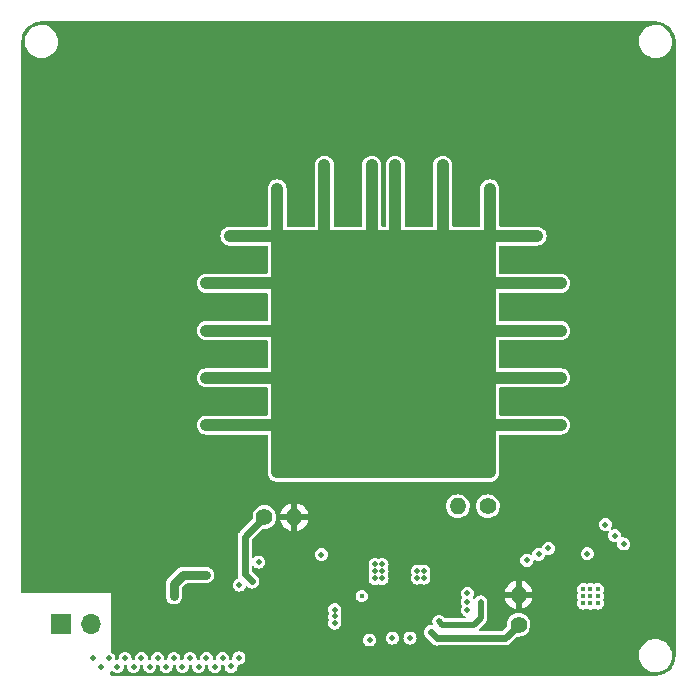
<source format=gbr>
G04 #@! TF.GenerationSoftware,KiCad,Pcbnew,(6.0.4)*
G04 #@! TF.CreationDate,2022-07-06T17:52:26+08:00*
G04 #@! TF.ProjectId,BQ51013_EVB,42513531-3031-4335-9f45-56422e6b6963,rev?*
G04 #@! TF.SameCoordinates,Original*
G04 #@! TF.FileFunction,Copper,L3,Inr*
G04 #@! TF.FilePolarity,Positive*
%FSLAX46Y46*%
G04 Gerber Fmt 4.6, Leading zero omitted, Abs format (unit mm)*
G04 Created by KiCad (PCBNEW (6.0.4)) date 2022-07-06 17:52:26*
%MOMM*%
%LPD*%
G01*
G04 APERTURE LIST*
G04 #@! TA.AperFunction,ComponentPad*
%ADD10R,1.700000X1.700000*%
G04 #@! TD*
G04 #@! TA.AperFunction,ComponentPad*
%ADD11O,1.700000X1.700000*%
G04 #@! TD*
G04 #@! TA.AperFunction,ComponentPad*
%ADD12C,1.400000*%
G04 #@! TD*
G04 #@! TA.AperFunction,ComponentPad*
%ADD13O,1.400000X1.400000*%
G04 #@! TD*
G04 #@! TA.AperFunction,ViaPad*
%ADD14C,0.500000*%
G04 #@! TD*
G04 #@! TA.AperFunction,ViaPad*
%ADD15C,0.450000*%
G04 #@! TD*
G04 #@! TA.AperFunction,Conductor*
%ADD16C,1.000000*%
G04 #@! TD*
G04 #@! TA.AperFunction,Conductor*
%ADD17C,0.500000*%
G04 #@! TD*
G04 #@! TA.AperFunction,Conductor*
%ADD18C,0.600000*%
G04 #@! TD*
G04 #@! TA.AperFunction,Conductor*
%ADD19C,0.800000*%
G04 #@! TD*
G04 APERTURE END LIST*
D10*
G04 #@! TO.N,BAT+*
G04 #@! TO.C,J5*
X135250000Y-121090000D03*
D11*
G04 #@! TO.N,BAT-*
X137790000Y-121090000D03*
G04 #@! TD*
D12*
G04 #@! TO.N,Net-(C15-Pad2)*
G04 #@! TO.C,J6*
X171410000Y-111140000D03*
D13*
G04 #@! TO.N,Net-(C1-Pad1)*
X168870000Y-111140000D03*
G04 #@! TD*
D12*
G04 #@! TO.N,Net-(TH1-Pad1)*
G04 #@! TO.C,TH1*
X174010000Y-121180000D03*
D13*
G04 #@! TO.N,GND*
X174010000Y-118640000D03*
G04 #@! TD*
D12*
G04 #@! TO.N,Net-(TH2-Pad1)*
G04 #@! TO.C,TH2*
X152490000Y-112060000D03*
D13*
G04 #@! TO.N,GND*
X155030000Y-112060000D03*
G04 #@! TD*
D14*
G04 #@! TO.N,GND*
X153970000Y-116060000D03*
X152970000Y-122540000D03*
X135570000Y-74270000D03*
D15*
X164040000Y-118280000D03*
X164640000Y-118280000D03*
X163440000Y-118880000D03*
X164040000Y-118880000D03*
X164640000Y-118880000D03*
X163440000Y-119480000D03*
X164040000Y-119480000D03*
X164640000Y-119480000D03*
X163440000Y-120080000D03*
X164040000Y-120080000D03*
X164640000Y-120080000D03*
X163440000Y-120680000D03*
X164040000Y-120680000D03*
X164640000Y-120680000D03*
D14*
X147130000Y-118430000D03*
X148130000Y-118430000D03*
X149130000Y-118430000D03*
X146130000Y-119430000D03*
X147130000Y-119430000D03*
X148130000Y-119430000D03*
X149130000Y-119430000D03*
X146130000Y-120430000D03*
X147130000Y-120430000D03*
X148130000Y-120430000D03*
X149130000Y-120430000D03*
X146130000Y-121430000D03*
X147130000Y-121430000D03*
X148130000Y-121430000D03*
X149130000Y-121430000D03*
X147130000Y-122420000D03*
X146130000Y-122420000D03*
X149130000Y-122420000D03*
X148130000Y-122420000D03*
X145110000Y-120430000D03*
X145110000Y-121430000D03*
X145110000Y-122420000D03*
X153970000Y-122540000D03*
X154970000Y-122540000D03*
X155970000Y-122540000D03*
X156970000Y-122540000D03*
X157970000Y-122540000D03*
X158970000Y-122540000D03*
D15*
X163440000Y-118280000D03*
D14*
X137570000Y-74270000D03*
X139570000Y-74270000D03*
X141570000Y-74270000D03*
X143570000Y-74270000D03*
X145570000Y-74270000D03*
X147570000Y-74270000D03*
X149570000Y-74270000D03*
X151570000Y-74270000D03*
X153570000Y-74270000D03*
X155570000Y-74270000D03*
X157570000Y-74270000D03*
X159570000Y-74270000D03*
X161570000Y-74270000D03*
X163570000Y-74270000D03*
X165570000Y-74270000D03*
X167570000Y-74270000D03*
X169570000Y-74270000D03*
X171570000Y-74270000D03*
X173570000Y-74270000D03*
X175570000Y-74270000D03*
X177570000Y-74270000D03*
X179570000Y-74270000D03*
X181570000Y-74270000D03*
X183570000Y-74270000D03*
X183570000Y-76270000D03*
X181570000Y-76270000D03*
X179570000Y-76270000D03*
X177570000Y-76270000D03*
X175570000Y-76270000D03*
X173570000Y-76270000D03*
X171570000Y-76270000D03*
X169570000Y-76270000D03*
X167570000Y-76270000D03*
X165570000Y-76270000D03*
X163570000Y-76270000D03*
X161570000Y-76270000D03*
X159570000Y-76270000D03*
X157570000Y-76270000D03*
X155570000Y-76270000D03*
X153570000Y-76270000D03*
X151570000Y-76270000D03*
X149570000Y-76270000D03*
X147570000Y-76270000D03*
X145570000Y-76270000D03*
X143570000Y-76270000D03*
X141570000Y-76270000D03*
X139570000Y-76270000D03*
X137570000Y-76270000D03*
X135570000Y-76270000D03*
X135570000Y-78270000D03*
X137570000Y-78270000D03*
X139570000Y-78270000D03*
X141570000Y-78270000D03*
X143570000Y-78270000D03*
X145570000Y-78270000D03*
X147570000Y-78270000D03*
X149570000Y-78270000D03*
X151570000Y-78270000D03*
X153570000Y-78270000D03*
X155570000Y-78270000D03*
X157570000Y-78270000D03*
X159570000Y-78270000D03*
X161570000Y-78270000D03*
X163570000Y-78270000D03*
X165570000Y-78270000D03*
X167570000Y-78270000D03*
X169570000Y-78270000D03*
X171570000Y-78270000D03*
X173570000Y-78270000D03*
X175570000Y-78270000D03*
X177570000Y-78270000D03*
X179570000Y-78270000D03*
X181570000Y-78270000D03*
X183570000Y-78270000D03*
X183570000Y-80270000D03*
X181570000Y-80270000D03*
X179570000Y-80270000D03*
X177570000Y-80270000D03*
X175570000Y-80270000D03*
X173570000Y-80270000D03*
X171570000Y-80270000D03*
X169570000Y-80270000D03*
X167570000Y-80270000D03*
X165570000Y-80270000D03*
X163570000Y-80270000D03*
X161570000Y-80270000D03*
X159570000Y-80270000D03*
X157570000Y-80270000D03*
X155570000Y-80270000D03*
X153570000Y-80270000D03*
X151570000Y-80270000D03*
X149570000Y-80270000D03*
X147570000Y-80270000D03*
X145570000Y-80270000D03*
X143570000Y-80270000D03*
X141570000Y-80270000D03*
X139570000Y-80270000D03*
X137570000Y-80270000D03*
X135570000Y-80270000D03*
X135570000Y-82270000D03*
X137570000Y-82270000D03*
X139570000Y-82270000D03*
X141570000Y-82270000D03*
X143570000Y-82270000D03*
X145570000Y-82270000D03*
X147570000Y-82270000D03*
X149570000Y-82270000D03*
X151570000Y-82270000D03*
X153570000Y-82270000D03*
X155570000Y-82270000D03*
X159570000Y-82270000D03*
X165570000Y-82270000D03*
X169570000Y-82270000D03*
X171570000Y-82270000D03*
X173570000Y-82270000D03*
X175570000Y-82270000D03*
X177570000Y-82270000D03*
X179570000Y-82270000D03*
X181570000Y-82270000D03*
X183570000Y-82270000D03*
X183570000Y-84270000D03*
X181570000Y-84270000D03*
X179570000Y-84270000D03*
X177570000Y-84270000D03*
X175570000Y-84270000D03*
X173570000Y-84270000D03*
X169570000Y-84270000D03*
X165570000Y-84270000D03*
X159570000Y-84270000D03*
X155570000Y-84270000D03*
X151570000Y-84270000D03*
X149570000Y-84270000D03*
X147570000Y-84270000D03*
X145570000Y-84270000D03*
X143570000Y-84270000D03*
X141570000Y-84270000D03*
X139570000Y-84270000D03*
X137570000Y-84270000D03*
X135570000Y-84270000D03*
X135570000Y-86270000D03*
X137570000Y-86270000D03*
X139570000Y-86270000D03*
X141570000Y-86270000D03*
X143570000Y-86270000D03*
X145570000Y-86270000D03*
X147570000Y-86270000D03*
X149570000Y-86270000D03*
X151570000Y-86270000D03*
X155570000Y-86270000D03*
X159570000Y-86270000D03*
X165570000Y-86270000D03*
X169570000Y-86270000D03*
X173570000Y-86270000D03*
X175570000Y-86270000D03*
X177570000Y-86270000D03*
X179570000Y-86270000D03*
X181570000Y-86270000D03*
X183570000Y-86270000D03*
X183570000Y-88270000D03*
X181570000Y-88270000D03*
X179570000Y-88270000D03*
X177570000Y-88270000D03*
X147570000Y-88270000D03*
X145570000Y-88270000D03*
X143570000Y-88270000D03*
X141570000Y-88270000D03*
X139570000Y-88270000D03*
X137570000Y-88270000D03*
X135570000Y-88270000D03*
X135570000Y-90270000D03*
X137570000Y-90270000D03*
X139570000Y-90270000D03*
X141570000Y-90270000D03*
X143570000Y-90270000D03*
X145570000Y-90270000D03*
X147570000Y-90270000D03*
X149570000Y-90270000D03*
X151570000Y-90270000D03*
X173570000Y-90270000D03*
X175570000Y-90270000D03*
X177570000Y-90270000D03*
X179570000Y-90270000D03*
X181570000Y-90270000D03*
X183570000Y-90270000D03*
X183570000Y-92270000D03*
X181570000Y-92270000D03*
X179570000Y-92270000D03*
X145570000Y-92270000D03*
X143570000Y-92270000D03*
X141570000Y-92270000D03*
X139570000Y-92270000D03*
X137570000Y-92270000D03*
X135570000Y-92270000D03*
X135570000Y-94270000D03*
X137570000Y-94270000D03*
X139570000Y-94270000D03*
X141570000Y-94270000D03*
X143570000Y-94270000D03*
X145570000Y-94270000D03*
X147570000Y-94270000D03*
X149570000Y-94270000D03*
X151570000Y-94270000D03*
X173570000Y-94270000D03*
X175570000Y-94270000D03*
X177570000Y-94270000D03*
X179570000Y-94270000D03*
X181570000Y-94270000D03*
X183570000Y-94270000D03*
X183570000Y-96270000D03*
X181570000Y-96270000D03*
X179570000Y-96270000D03*
X145570000Y-96270000D03*
X143570000Y-96270000D03*
X141570000Y-96270000D03*
X139570000Y-96270000D03*
X137570000Y-96270000D03*
X135570000Y-96270000D03*
X135570000Y-98270000D03*
X137570000Y-98270000D03*
X139570000Y-98270000D03*
X141570000Y-98270000D03*
X143570000Y-98270000D03*
X145570000Y-98270000D03*
X147570000Y-98270000D03*
X149570000Y-98270000D03*
X151570000Y-98270000D03*
X173570000Y-98270000D03*
X175570000Y-98270000D03*
X177570000Y-98270000D03*
X179570000Y-98270000D03*
X181570000Y-98270000D03*
X183570000Y-98270000D03*
X183570000Y-100270000D03*
X181570000Y-100270000D03*
X179570000Y-100270000D03*
X145570000Y-100270000D03*
X143570000Y-100270000D03*
X141570000Y-100270000D03*
X139570000Y-100270000D03*
X137570000Y-100270000D03*
X135570000Y-100270000D03*
X135570000Y-102270000D03*
X137570000Y-102270000D03*
X139570000Y-102270000D03*
X141570000Y-102270000D03*
X143570000Y-102270000D03*
X145570000Y-102270000D03*
X147570000Y-102270000D03*
X149570000Y-102270000D03*
X151570000Y-102270000D03*
X173570000Y-102270000D03*
X175570000Y-102270000D03*
X177570000Y-102270000D03*
X179570000Y-102270000D03*
X181570000Y-102270000D03*
X183570000Y-102270000D03*
X183570000Y-104270000D03*
X181570000Y-104270000D03*
X179570000Y-104270000D03*
X145570000Y-104270000D03*
X143570000Y-104270000D03*
X141570000Y-104270000D03*
X139570000Y-104270000D03*
X137570000Y-104270000D03*
X135570000Y-104270000D03*
X135570000Y-106270000D03*
X137570000Y-106270000D03*
X139570000Y-106270000D03*
X141570000Y-106270000D03*
X143570000Y-106270000D03*
X145570000Y-106270000D03*
X147570000Y-106270000D03*
X149570000Y-106270000D03*
X151570000Y-106270000D03*
X173570000Y-106270000D03*
X175570000Y-106270000D03*
X177570000Y-106270000D03*
X179570000Y-106270000D03*
X181570000Y-106270000D03*
X183570000Y-106270000D03*
X183570000Y-108270000D03*
X181570000Y-108270000D03*
X179570000Y-108270000D03*
X177570000Y-108270000D03*
X175570000Y-108270000D03*
X173570000Y-108270000D03*
X151570000Y-108270000D03*
X149570000Y-108270000D03*
X147570000Y-108270000D03*
X145570000Y-108270000D03*
X143570000Y-108270000D03*
X141570000Y-108270000D03*
X139570000Y-108270000D03*
X137570000Y-108270000D03*
X135570000Y-108270000D03*
X153570000Y-116560000D03*
X153970000Y-117060000D03*
X146130000Y-118430000D03*
D15*
G04 #@! TO.N,BAT+*
X179500000Y-118160000D03*
D14*
X140036250Y-124720000D03*
X141412500Y-124720000D03*
X142788750Y-124720000D03*
X144165000Y-124720000D03*
X145541250Y-124720000D03*
X146917500Y-124720000D03*
X148293750Y-124720000D03*
X149670000Y-124690000D03*
X144825000Y-124020000D03*
X147577500Y-124020000D03*
X150330000Y-123990000D03*
X148953750Y-124020000D03*
X146201250Y-124020000D03*
X142072500Y-124020000D03*
X139320000Y-124020000D03*
X143448750Y-124020000D03*
X140696250Y-124020000D03*
D15*
X180100000Y-118160000D03*
X180700000Y-118160000D03*
X179500000Y-118760000D03*
X180100000Y-118760000D03*
X180700000Y-118760000D03*
X179500000Y-119360000D03*
X180100000Y-119360000D03*
X180700000Y-119360000D03*
D14*
X137990000Y-124000000D03*
X138660000Y-124720000D03*
G04 #@! TO.N,Net-(C1-Pad2)*
X158450000Y-121040000D03*
X158450000Y-120475000D03*
X161860000Y-116660000D03*
X162450000Y-116660000D03*
X161860000Y-117255000D03*
X162450000Y-117255000D03*
X161860000Y-116065000D03*
X158450000Y-119910000D03*
X162450000Y-116065000D03*
G04 #@! TO.N,Net-(C1-Pad1)*
X157570000Y-82270000D03*
X161570000Y-82270000D03*
X163570000Y-82270000D03*
X167570000Y-82270000D03*
X171570000Y-84270000D03*
X167570000Y-84270000D03*
X163570000Y-84270000D03*
X161570000Y-84270000D03*
X157570000Y-84270000D03*
X153570000Y-84270000D03*
X153570000Y-86270000D03*
X157570000Y-86270000D03*
X161570000Y-86270000D03*
X163570000Y-86270000D03*
X167570000Y-86270000D03*
X171570000Y-86270000D03*
X175570000Y-88270000D03*
X173570000Y-88270000D03*
X171570000Y-88270000D03*
X169570000Y-88270000D03*
X167570000Y-88270000D03*
X165570000Y-88270000D03*
X163570000Y-88270000D03*
X161570000Y-88270000D03*
X159570000Y-88270000D03*
X157570000Y-88270000D03*
X155570000Y-88270000D03*
X153570000Y-88270000D03*
X151570000Y-88270000D03*
X149570000Y-88270000D03*
X153570000Y-90270000D03*
X155570000Y-90270000D03*
X157570000Y-90270000D03*
X159570000Y-90270000D03*
X161570000Y-90270000D03*
X163570000Y-90270000D03*
X165570000Y-90270000D03*
X167570000Y-90270000D03*
X169570000Y-90270000D03*
X171570000Y-90270000D03*
X177570000Y-92270000D03*
X175570000Y-92270000D03*
X173570000Y-92270000D03*
X171570000Y-92270000D03*
X169570000Y-92270000D03*
X167570000Y-92270000D03*
X165570000Y-92270000D03*
X163570000Y-92270000D03*
X161570000Y-92270000D03*
X159570000Y-92270000D03*
X157570000Y-92270000D03*
X155570000Y-92270000D03*
X153570000Y-92270000D03*
X151570000Y-92270000D03*
X149570000Y-92270000D03*
X147570000Y-92270000D03*
X153570000Y-94270000D03*
X155570000Y-94270000D03*
X157570000Y-94270000D03*
X159570000Y-94270000D03*
X161570000Y-94270000D03*
X163570000Y-94270000D03*
X165570000Y-94270000D03*
X167570000Y-94270000D03*
X169570000Y-94270000D03*
X171570000Y-94270000D03*
X177570000Y-96270000D03*
X175570000Y-96270000D03*
X173570000Y-96270000D03*
X171570000Y-96270000D03*
X169570000Y-96270000D03*
X167570000Y-96270000D03*
X165570000Y-96270000D03*
X163570000Y-96270000D03*
X161570000Y-96270000D03*
X159570000Y-96270000D03*
X157570000Y-96270000D03*
X155570000Y-96270000D03*
X153570000Y-96270000D03*
X151570000Y-96270000D03*
X149570000Y-96270000D03*
X147570000Y-96270000D03*
X153570000Y-98270000D03*
X155570000Y-98270000D03*
X157570000Y-98270000D03*
X159570000Y-98270000D03*
X161570000Y-98270000D03*
X163570000Y-98270000D03*
X165570000Y-98270000D03*
X167570000Y-98270000D03*
X169570000Y-98270000D03*
X171570000Y-98270000D03*
X177570000Y-100270000D03*
X175570000Y-100270000D03*
X173570000Y-100270000D03*
X171570000Y-100270000D03*
X169570000Y-100270000D03*
X167570000Y-100270000D03*
X165570000Y-100270000D03*
X163570000Y-100270000D03*
X161570000Y-100270000D03*
X159570000Y-100270000D03*
X157570000Y-100270000D03*
X155570000Y-100270000D03*
X153570000Y-100270000D03*
X151570000Y-100270000D03*
X149570000Y-100270000D03*
X147570000Y-100270000D03*
X153570000Y-102270000D03*
X155570000Y-102270000D03*
X157570000Y-102270000D03*
X159570000Y-102270000D03*
X161570000Y-102270000D03*
X163570000Y-102270000D03*
X165570000Y-102270000D03*
X167570000Y-102270000D03*
X169570000Y-102270000D03*
X171570000Y-102270000D03*
X177570000Y-104270000D03*
X175570000Y-104270000D03*
X173570000Y-104270000D03*
X171570000Y-104270000D03*
X169570000Y-104270000D03*
X167570000Y-104270000D03*
X165570000Y-104270000D03*
X163570000Y-104270000D03*
X161570000Y-104270000D03*
X159570000Y-104270000D03*
X157570000Y-104270000D03*
X155570000Y-104270000D03*
X153570000Y-104270000D03*
X151570000Y-104270000D03*
X149570000Y-104270000D03*
X147570000Y-104270000D03*
X153570000Y-106270000D03*
X155570000Y-106270000D03*
X157570000Y-106270000D03*
X159570000Y-106270000D03*
X161570000Y-106270000D03*
X163570000Y-106270000D03*
X165570000Y-106270000D03*
X167570000Y-106270000D03*
X169570000Y-106270000D03*
X171570000Y-106270000D03*
X171570000Y-108270000D03*
X169570000Y-108270000D03*
X167570000Y-108270000D03*
X165570000Y-108270000D03*
X163570000Y-108270000D03*
X161570000Y-108270000D03*
X159570000Y-108270000D03*
X157570000Y-108270000D03*
X155570000Y-108270000D03*
X153570000Y-108270000D03*
G04 #@! TO.N,Net-(R1-Pad1)*
X170800000Y-119240000D03*
X167260000Y-120900000D03*
G04 #@! TO.N,BAT_ISET*
X176540000Y-114710000D03*
X152010000Y-115870000D03*
G04 #@! TO.N,Net-(TH1-Pad1)*
X166600000Y-121810000D03*
G04 #@! TO.N,Net-(TH2-Pad1)*
X151469993Y-117510007D03*
G04 #@! TO.N,Net-(U1-Pad2)*
X144830000Y-118760000D03*
X147535000Y-116970000D03*
D15*
G04 #@! TO.N,REG_power*
X160735000Y-118740000D03*
D14*
X179820000Y-115170000D03*
G04 #@! TO.N,REG_EN2*
X164820000Y-122310000D03*
X181350000Y-112710000D03*
G04 #@! TO.N,REG_EN1*
X163320000Y-122310000D03*
X182140000Y-113640000D03*
G04 #@! TO.N,REG_CHG*
X182920000Y-114330000D03*
X161400000Y-122460000D03*
G04 #@! TO.N,BAT_PG*
X175700000Y-115210000D03*
X157310000Y-115240000D03*
G04 #@! TO.N,BAT_CHG*
X174710000Y-115710000D03*
X150370000Y-117820000D03*
G04 #@! TO.N,Net-(C15-Pad2)*
X169680000Y-119940000D03*
X165440000Y-117220000D03*
X165990000Y-116620000D03*
X165440000Y-116620000D03*
X169680000Y-119230000D03*
X169680000Y-118520000D03*
X165990000Y-117220000D03*
G04 #@! TD*
D16*
G04 #@! TO.N,Net-(C1-Pad1)*
X154260000Y-88270000D02*
X154260000Y-108270000D01*
X154910000Y-88270000D02*
X154910000Y-108270000D01*
X156310000Y-88270000D02*
X156310000Y-108270000D01*
X156960000Y-88270000D02*
X156960000Y-108270000D01*
X158210000Y-88270000D02*
X158210000Y-108270000D01*
X158910000Y-88270000D02*
X158910000Y-108270000D01*
X160310000Y-88270000D02*
X160310000Y-108270000D01*
X160910000Y-88270000D02*
X160910000Y-108270000D01*
X162110000Y-88270000D02*
X162110000Y-108270000D01*
X162760000Y-88270000D02*
X162760000Y-108270000D01*
X164060000Y-88270000D02*
X164060000Y-108270000D01*
X164810000Y-88270000D02*
X164810000Y-108270000D01*
X166160000Y-88270000D02*
X166160000Y-108270000D01*
X166900000Y-88270000D02*
X166900000Y-108270000D01*
X168500000Y-88270000D02*
X168500000Y-108270000D01*
X169060000Y-88270000D02*
X169060000Y-108270000D01*
X170010000Y-108270000D02*
X170010000Y-88270000D01*
X170760000Y-108270000D02*
X170760000Y-88270000D01*
X171570000Y-92270000D02*
X177570000Y-92270000D01*
X175570000Y-104270000D02*
X177570000Y-104270000D01*
X153570000Y-90270000D02*
X171570000Y-90270000D01*
X153570000Y-100270000D02*
X147570000Y-100270000D01*
X161570000Y-108270000D02*
X161570000Y-88270000D01*
X175570000Y-104270000D02*
X171570000Y-104270000D01*
X167570000Y-82270000D02*
X167570000Y-88270000D01*
X153570000Y-100270000D02*
X171360000Y-100270000D01*
X161570000Y-82270000D02*
X161570000Y-88270000D01*
X167570000Y-88270000D02*
X167570000Y-108270000D01*
X171780000Y-100270000D02*
X171570000Y-100060000D01*
X171570000Y-96270000D02*
X177570000Y-96270000D01*
X153570000Y-106270000D02*
X171570000Y-106270000D01*
X171570000Y-108270000D02*
X171570000Y-100060000D01*
X153570000Y-104270000D02*
X149570000Y-104270000D01*
X171570000Y-100060000D02*
X171570000Y-88270000D01*
X153570000Y-92270000D02*
X171570000Y-92270000D01*
X155570000Y-88270000D02*
X155570000Y-108270000D01*
X159570000Y-108270000D02*
X159570000Y-88270000D01*
X153570000Y-98270000D02*
X171570000Y-98270000D01*
X175570000Y-88270000D02*
X171570000Y-88270000D01*
X153570000Y-108270000D02*
X171570000Y-108270000D01*
X171570000Y-94270000D02*
X153570000Y-94270000D01*
X171360000Y-100270000D02*
X171570000Y-100060000D01*
X171570000Y-84270000D02*
X171570000Y-88270000D01*
X153570000Y-88270000D02*
X171570000Y-88270000D01*
X153570000Y-88270000D02*
X153570000Y-84270000D01*
X169570000Y-108270000D02*
X169570000Y-88270000D01*
X171570000Y-96270000D02*
X153570000Y-96270000D01*
X153570000Y-88270000D02*
X149570000Y-88270000D01*
X153570000Y-88270000D02*
X153570000Y-108270000D01*
X177570000Y-100270000D02*
X171780000Y-100270000D01*
X163570000Y-88270000D02*
X163570000Y-108270000D01*
X147570000Y-96270000D02*
X153570000Y-96270000D01*
X153570000Y-92270000D02*
X147570000Y-92270000D01*
X149570000Y-104270000D02*
X147570000Y-104270000D01*
X171570000Y-104270000D02*
X153570000Y-104270000D01*
X157570000Y-88270000D02*
X157570000Y-82270000D01*
X163570000Y-88270000D02*
X163570000Y-82270000D01*
X171570000Y-102270000D02*
X153570000Y-102270000D01*
X157570000Y-88270000D02*
X157570000Y-108270000D01*
X165570000Y-108270000D02*
X165570000Y-88270000D01*
D17*
G04 #@! TO.N,Net-(R1-Pad1)*
X170230000Y-121190000D02*
X170800000Y-120620000D01*
X167260000Y-120900000D02*
X167550000Y-121190000D01*
X167550000Y-121190000D02*
X170230000Y-121190000D01*
X170800000Y-120620000D02*
X170800000Y-119240000D01*
D18*
G04 #@! TO.N,Net-(TH1-Pad1)*
X172860000Y-122330000D02*
X174010000Y-121180000D01*
X166600000Y-121810000D02*
X167120000Y-122330000D01*
X167120000Y-122330000D02*
X172860000Y-122330000D01*
G04 #@! TO.N,Net-(TH2-Pad1)*
X152490000Y-112060000D02*
X150820000Y-113730000D01*
X150820000Y-113730000D02*
X150820000Y-116860014D01*
X150820000Y-116860014D02*
X151469993Y-117510007D01*
D19*
G04 #@! TO.N,Net-(U1-Pad2)*
X144830000Y-117720000D02*
X145580000Y-116970000D01*
X145580000Y-116970000D02*
X147535000Y-116970000D01*
X144830000Y-118760000D02*
X144830000Y-117720000D01*
G04 #@! TD*
G04 #@! TA.AperFunction,Conductor*
G04 #@! TO.N,GND*
G36*
X185592235Y-70092003D02*
G01*
X185609999Y-70095135D01*
X185618529Y-70093631D01*
X185623055Y-70093631D01*
X185640906Y-70092710D01*
X185762892Y-70101434D01*
X185844808Y-70107292D01*
X185858784Y-70109303D01*
X186081885Y-70157836D01*
X186095432Y-70161813D01*
X186178484Y-70192790D01*
X186309364Y-70241605D01*
X186322212Y-70247473D01*
X186522605Y-70356895D01*
X186534484Y-70364529D01*
X186666275Y-70463187D01*
X186717268Y-70501360D01*
X186727942Y-70510609D01*
X186889389Y-70672055D01*
X186898640Y-70682731D01*
X187035470Y-70865515D01*
X187043106Y-70877398D01*
X187152525Y-71077785D01*
X187158393Y-71090633D01*
X187238186Y-71304564D01*
X187242164Y-71318114D01*
X187279160Y-71488176D01*
X187290697Y-71541212D01*
X187292708Y-71555191D01*
X187297250Y-71618705D01*
X187307290Y-71759087D01*
X187306368Y-71776946D01*
X187306368Y-71781471D01*
X187304864Y-71790000D01*
X187306368Y-71798528D01*
X187307996Y-71807761D01*
X187309500Y-71824953D01*
X187309501Y-123755046D01*
X187307997Y-123772235D01*
X187304865Y-123789999D01*
X187306369Y-123798529D01*
X187306369Y-123803055D01*
X187307290Y-123820906D01*
X187305475Y-123846291D01*
X187293052Y-124020000D01*
X187292708Y-124024805D01*
X187290697Y-124038784D01*
X187263295Y-124164750D01*
X187242165Y-124261882D01*
X187238186Y-124275435D01*
X187158395Y-124489364D01*
X187152527Y-124502212D01*
X187043105Y-124702605D01*
X187035471Y-124714484D01*
X186973203Y-124797664D01*
X186898640Y-124897268D01*
X186889391Y-124907942D01*
X186727945Y-125069389D01*
X186717269Y-125078640D01*
X186534485Y-125215470D01*
X186522602Y-125223106D01*
X186322215Y-125332525D01*
X186309367Y-125338393D01*
X186202401Y-125378290D01*
X186095433Y-125418187D01*
X186081886Y-125422164D01*
X185858785Y-125470697D01*
X185844809Y-125472708D01*
X185732057Y-125480772D01*
X185640913Y-125487290D01*
X185623054Y-125486368D01*
X185618529Y-125486368D01*
X185610000Y-125484864D01*
X185592236Y-125487996D01*
X185575047Y-125489500D01*
X181888095Y-125489500D01*
X139558600Y-125489501D01*
X139500409Y-125470594D01*
X139464445Y-125421094D01*
X139459601Y-125390066D01*
X139460482Y-125189479D01*
X139460588Y-125165286D01*
X139479751Y-125107180D01*
X139529408Y-125071434D01*
X139590593Y-125071703D01*
X139634851Y-125103125D01*
X139635091Y-125102885D01*
X139636509Y-125104303D01*
X139638126Y-125105451D01*
X139639673Y-125107467D01*
X139639678Y-125107472D01*
X139643629Y-125112621D01*
X139758625Y-125200861D01*
X139892541Y-125256330D01*
X139898970Y-125257176D01*
X139898972Y-125257177D01*
X140029817Y-125274403D01*
X140036250Y-125275250D01*
X140042683Y-125274403D01*
X140173528Y-125257177D01*
X140173530Y-125257176D01*
X140179959Y-125256330D01*
X140313875Y-125200861D01*
X140428871Y-125112621D01*
X140517111Y-124997625D01*
X140572580Y-124863709D01*
X140577377Y-124827278D01*
X140590653Y-124726433D01*
X140591500Y-124720000D01*
X140589210Y-124702605D01*
X140587067Y-124686324D01*
X140598218Y-124626163D01*
X140642600Y-124584047D01*
X140685220Y-124574403D01*
X140689817Y-124574403D01*
X140696250Y-124575250D01*
X140751567Y-124567967D01*
X140811727Y-124579117D01*
X140853845Y-124623499D01*
X140862642Y-124679042D01*
X140860353Y-124696433D01*
X140857250Y-124720000D01*
X140858097Y-124726433D01*
X140871374Y-124827278D01*
X140876170Y-124863709D01*
X140931639Y-124997625D01*
X141019879Y-125112621D01*
X141134875Y-125200861D01*
X141268791Y-125256330D01*
X141275220Y-125257176D01*
X141275222Y-125257177D01*
X141406067Y-125274403D01*
X141412500Y-125275250D01*
X141418933Y-125274403D01*
X141549778Y-125257177D01*
X141549780Y-125257176D01*
X141556209Y-125256330D01*
X141690125Y-125200861D01*
X141805121Y-125112621D01*
X141893361Y-124997625D01*
X141948830Y-124863709D01*
X141953627Y-124827278D01*
X141966903Y-124726433D01*
X141967750Y-124720000D01*
X141965460Y-124702605D01*
X141963317Y-124686324D01*
X141974468Y-124626163D01*
X142018850Y-124584047D01*
X142061470Y-124574403D01*
X142066067Y-124574403D01*
X142072500Y-124575250D01*
X142127817Y-124567967D01*
X142187977Y-124579117D01*
X142230095Y-124623499D01*
X142238892Y-124679042D01*
X142236603Y-124696433D01*
X142233500Y-124720000D01*
X142234347Y-124726433D01*
X142247624Y-124827278D01*
X142252420Y-124863709D01*
X142307889Y-124997625D01*
X142396129Y-125112621D01*
X142511125Y-125200861D01*
X142645041Y-125256330D01*
X142651470Y-125257176D01*
X142651472Y-125257177D01*
X142782317Y-125274403D01*
X142788750Y-125275250D01*
X142795183Y-125274403D01*
X142926028Y-125257177D01*
X142926030Y-125257176D01*
X142932459Y-125256330D01*
X143066375Y-125200861D01*
X143181371Y-125112621D01*
X143269611Y-124997625D01*
X143325080Y-124863709D01*
X143329877Y-124827278D01*
X143343153Y-124726433D01*
X143344000Y-124720000D01*
X143341710Y-124702605D01*
X143339567Y-124686324D01*
X143350718Y-124626163D01*
X143395100Y-124584047D01*
X143437720Y-124574403D01*
X143442317Y-124574403D01*
X143448750Y-124575250D01*
X143504067Y-124567967D01*
X143564227Y-124579117D01*
X143606345Y-124623499D01*
X143615142Y-124679042D01*
X143612853Y-124696433D01*
X143609750Y-124720000D01*
X143610597Y-124726433D01*
X143623874Y-124827278D01*
X143628670Y-124863709D01*
X143684139Y-124997625D01*
X143772379Y-125112621D01*
X143887375Y-125200861D01*
X144021291Y-125256330D01*
X144027720Y-125257176D01*
X144027722Y-125257177D01*
X144158567Y-125274403D01*
X144165000Y-125275250D01*
X144171433Y-125274403D01*
X144302278Y-125257177D01*
X144302280Y-125257176D01*
X144308709Y-125256330D01*
X144442625Y-125200861D01*
X144557621Y-125112621D01*
X144645861Y-124997625D01*
X144701330Y-124863709D01*
X144706127Y-124827278D01*
X144719403Y-124726433D01*
X144720250Y-124720000D01*
X144717960Y-124702605D01*
X144715817Y-124686324D01*
X144726968Y-124626163D01*
X144771350Y-124584047D01*
X144813970Y-124574403D01*
X144818567Y-124574403D01*
X144825000Y-124575250D01*
X144880317Y-124567967D01*
X144940477Y-124579117D01*
X144982595Y-124623499D01*
X144991392Y-124679042D01*
X144989103Y-124696433D01*
X144986000Y-124720000D01*
X144986847Y-124726433D01*
X145000124Y-124827278D01*
X145004920Y-124863709D01*
X145060389Y-124997625D01*
X145148629Y-125112621D01*
X145263625Y-125200861D01*
X145397541Y-125256330D01*
X145403970Y-125257176D01*
X145403972Y-125257177D01*
X145534817Y-125274403D01*
X145541250Y-125275250D01*
X145547683Y-125274403D01*
X145678528Y-125257177D01*
X145678530Y-125257176D01*
X145684959Y-125256330D01*
X145818875Y-125200861D01*
X145933871Y-125112621D01*
X146022111Y-124997625D01*
X146077580Y-124863709D01*
X146082377Y-124827278D01*
X146095653Y-124726433D01*
X146096500Y-124720000D01*
X146094210Y-124702605D01*
X146092067Y-124686324D01*
X146103218Y-124626163D01*
X146147600Y-124584047D01*
X146190220Y-124574403D01*
X146194817Y-124574403D01*
X146201250Y-124575250D01*
X146256567Y-124567967D01*
X146316727Y-124579117D01*
X146358845Y-124623499D01*
X146367642Y-124679042D01*
X146365353Y-124696433D01*
X146362250Y-124720000D01*
X146363097Y-124726433D01*
X146376374Y-124827278D01*
X146381170Y-124863709D01*
X146436639Y-124997625D01*
X146524879Y-125112621D01*
X146639875Y-125200861D01*
X146773791Y-125256330D01*
X146780220Y-125257176D01*
X146780222Y-125257177D01*
X146911067Y-125274403D01*
X146917500Y-125275250D01*
X146923933Y-125274403D01*
X147054778Y-125257177D01*
X147054780Y-125257176D01*
X147061209Y-125256330D01*
X147195125Y-125200861D01*
X147310121Y-125112621D01*
X147398361Y-124997625D01*
X147453830Y-124863709D01*
X147458627Y-124827278D01*
X147471903Y-124726433D01*
X147472750Y-124720000D01*
X147470460Y-124702605D01*
X147468317Y-124686324D01*
X147479468Y-124626163D01*
X147523850Y-124584047D01*
X147566470Y-124574403D01*
X147571067Y-124574403D01*
X147577500Y-124575250D01*
X147632817Y-124567967D01*
X147692977Y-124579117D01*
X147735095Y-124623499D01*
X147743892Y-124679042D01*
X147741603Y-124696433D01*
X147738500Y-124720000D01*
X147739347Y-124726433D01*
X147752624Y-124827278D01*
X147757420Y-124863709D01*
X147812889Y-124997625D01*
X147901129Y-125112621D01*
X148016125Y-125200861D01*
X148150041Y-125256330D01*
X148156470Y-125257176D01*
X148156472Y-125257177D01*
X148287317Y-125274403D01*
X148293750Y-125275250D01*
X148300183Y-125274403D01*
X148431028Y-125257177D01*
X148431030Y-125257176D01*
X148437459Y-125256330D01*
X148571375Y-125200861D01*
X148686371Y-125112621D01*
X148774611Y-124997625D01*
X148830080Y-124863709D01*
X148834877Y-124827278D01*
X148848153Y-124726433D01*
X148849000Y-124720000D01*
X148846710Y-124702605D01*
X148844567Y-124686324D01*
X148855718Y-124626163D01*
X148900100Y-124584047D01*
X148942720Y-124574403D01*
X148947317Y-124574403D01*
X148953750Y-124575250D01*
X149005049Y-124568496D01*
X149065208Y-124579646D01*
X149107326Y-124624028D01*
X149116123Y-124679571D01*
X149114750Y-124690000D01*
X149133670Y-124833709D01*
X149189139Y-124967625D01*
X149277379Y-125082621D01*
X149392375Y-125170861D01*
X149526291Y-125226330D01*
X149532720Y-125227176D01*
X149532722Y-125227177D01*
X149663567Y-125244403D01*
X149670000Y-125245250D01*
X149676433Y-125244403D01*
X149807278Y-125227177D01*
X149807280Y-125227176D01*
X149813709Y-125226330D01*
X149947625Y-125170861D01*
X150062621Y-125082621D01*
X150150861Y-124967625D01*
X150206330Y-124833709D01*
X150225250Y-124690000D01*
X150223877Y-124679571D01*
X150220817Y-124656324D01*
X150231968Y-124596163D01*
X150276350Y-124554047D01*
X150318970Y-124544403D01*
X150323567Y-124544403D01*
X150330000Y-124545250D01*
X150336433Y-124544403D01*
X150467278Y-124527177D01*
X150467280Y-124527176D01*
X150473709Y-124526330D01*
X150607625Y-124470861D01*
X150722621Y-124382621D01*
X150810861Y-124267625D01*
X150866330Y-124133709D01*
X150868947Y-124113837D01*
X150884403Y-123996433D01*
X150885250Y-123990000D01*
X150880919Y-123957103D01*
X150867177Y-123852722D01*
X150867176Y-123852720D01*
X150866330Y-123846291D01*
X150815589Y-123723789D01*
X184205996Y-123723789D01*
X184206153Y-123727974D01*
X184206153Y-123727977D01*
X184208972Y-123803055D01*
X184214913Y-123961295D01*
X184215773Y-123965395D01*
X184215774Y-123965401D01*
X184231172Y-124038787D01*
X184263719Y-124193904D01*
X184351020Y-124414963D01*
X184353190Y-124418539D01*
X184353192Y-124418543D01*
X184418599Y-124526330D01*
X184474319Y-124618153D01*
X184477069Y-124621322D01*
X184627343Y-124794499D01*
X184627347Y-124794503D01*
X184630090Y-124797664D01*
X184813880Y-124948362D01*
X185020433Y-125065939D01*
X185243844Y-125147034D01*
X185293194Y-125155958D01*
X185474521Y-125188747D01*
X185474526Y-125188748D01*
X185477725Y-125189326D01*
X185497322Y-125190250D01*
X185501472Y-125190446D01*
X185501476Y-125190446D01*
X185502619Y-125190500D01*
X185669680Y-125190500D01*
X185671763Y-125190323D01*
X185671769Y-125190323D01*
X185842652Y-125175823D01*
X185842653Y-125175823D01*
X185846823Y-125175469D01*
X185850873Y-125174418D01*
X185850878Y-125174417D01*
X186072818Y-125116813D01*
X186072821Y-125116812D01*
X186076874Y-125115760D01*
X186083843Y-125112621D01*
X186161870Y-125077472D01*
X186293576Y-125018143D01*
X186316405Y-125002774D01*
X186487261Y-124887746D01*
X186487262Y-124887745D01*
X186490732Y-124885409D01*
X186493762Y-124882519D01*
X186659671Y-124724250D01*
X186659675Y-124724245D01*
X186662705Y-124721355D01*
X186667814Y-124714489D01*
X186733530Y-124626163D01*
X186804579Y-124530670D01*
X186863407Y-124414963D01*
X186910398Y-124322539D01*
X186910400Y-124322535D01*
X186912295Y-124318807D01*
X186982775Y-124091824D01*
X186995418Y-123996435D01*
X187013454Y-123860362D01*
X187013454Y-123860360D01*
X187014004Y-123856211D01*
X187012679Y-123820906D01*
X187009537Y-123737226D01*
X187005087Y-123618705D01*
X187004227Y-123614605D01*
X187004226Y-123614599D01*
X186966667Y-123435597D01*
X186956281Y-123386096D01*
X186868980Y-123165037D01*
X186745681Y-122961847D01*
X186661124Y-122864403D01*
X186592657Y-122785501D01*
X186592653Y-122785497D01*
X186589910Y-122782336D01*
X186554290Y-122753129D01*
X186409364Y-122634298D01*
X186409365Y-122634298D01*
X186406120Y-122631638D01*
X186199567Y-122514061D01*
X185976156Y-122432966D01*
X185926806Y-122424042D01*
X185745479Y-122391253D01*
X185745474Y-122391252D01*
X185742275Y-122390674D01*
X185722678Y-122389750D01*
X185718528Y-122389554D01*
X185718524Y-122389554D01*
X185717381Y-122389500D01*
X185550320Y-122389500D01*
X185548237Y-122389677D01*
X185548231Y-122389677D01*
X185377348Y-122404177D01*
X185377347Y-122404177D01*
X185373177Y-122404531D01*
X185369127Y-122405582D01*
X185369122Y-122405583D01*
X185147182Y-122463187D01*
X185147179Y-122463188D01*
X185143126Y-122464240D01*
X185139304Y-122465962D01*
X185139303Y-122465962D01*
X185085549Y-122490177D01*
X184926424Y-122561857D01*
X184922947Y-122564198D01*
X184922945Y-122564199D01*
X184864259Y-122603709D01*
X184729268Y-122694591D01*
X184726241Y-122697478D01*
X184726238Y-122697481D01*
X184560329Y-122855750D01*
X184560325Y-122855755D01*
X184557295Y-122858645D01*
X184415421Y-123049330D01*
X184413519Y-123053071D01*
X184354614Y-123168930D01*
X184307705Y-123261193D01*
X184237225Y-123488176D01*
X184229774Y-123544392D01*
X184218775Y-123627379D01*
X184205996Y-123723789D01*
X150815589Y-123723789D01*
X150810861Y-123712375D01*
X150722621Y-123597379D01*
X150607625Y-123509139D01*
X150473709Y-123453670D01*
X150467280Y-123452824D01*
X150467278Y-123452823D01*
X150336433Y-123435597D01*
X150330000Y-123434750D01*
X150323567Y-123435597D01*
X150192722Y-123452823D01*
X150192720Y-123452824D01*
X150186291Y-123453670D01*
X150052375Y-123509139D01*
X149937379Y-123597379D01*
X149849139Y-123712375D01*
X149793670Y-123846291D01*
X149792824Y-123852720D01*
X149792823Y-123852722D01*
X149779081Y-123957103D01*
X149774750Y-123990000D01*
X149775597Y-123996433D01*
X149775597Y-123996435D01*
X149779183Y-124023676D01*
X149768032Y-124083837D01*
X149723650Y-124125953D01*
X149681030Y-124135597D01*
X149676433Y-124135597D01*
X149670000Y-124134750D01*
X149618701Y-124141504D01*
X149558542Y-124130354D01*
X149516424Y-124085972D01*
X149507627Y-124030429D01*
X149508153Y-124026434D01*
X149508153Y-124026433D01*
X149509000Y-124020000D01*
X149490080Y-123876291D01*
X149434611Y-123742375D01*
X149346371Y-123627379D01*
X149231375Y-123539139D01*
X149097459Y-123483670D01*
X149091030Y-123482824D01*
X149091028Y-123482823D01*
X148960183Y-123465597D01*
X148953750Y-123464750D01*
X148947317Y-123465597D01*
X148816472Y-123482823D01*
X148816470Y-123482824D01*
X148810041Y-123483670D01*
X148676125Y-123539139D01*
X148561129Y-123627379D01*
X148472889Y-123742375D01*
X148417420Y-123876291D01*
X148398500Y-124020000D01*
X148399347Y-124026433D01*
X148399347Y-124026435D01*
X148402933Y-124053676D01*
X148391782Y-124113837D01*
X148347400Y-124155953D01*
X148304780Y-124165597D01*
X148300183Y-124165597D01*
X148293750Y-124164750D01*
X148238433Y-124172033D01*
X148178273Y-124160883D01*
X148136155Y-124116501D01*
X148127358Y-124060958D01*
X148131903Y-124026434D01*
X148131903Y-124026433D01*
X148132750Y-124020000D01*
X148113830Y-123876291D01*
X148058361Y-123742375D01*
X147970121Y-123627379D01*
X147855125Y-123539139D01*
X147721209Y-123483670D01*
X147714780Y-123482824D01*
X147714778Y-123482823D01*
X147583933Y-123465597D01*
X147577500Y-123464750D01*
X147571067Y-123465597D01*
X147440222Y-123482823D01*
X147440220Y-123482824D01*
X147433791Y-123483670D01*
X147299875Y-123539139D01*
X147184879Y-123627379D01*
X147096639Y-123742375D01*
X147041170Y-123876291D01*
X147022250Y-124020000D01*
X147023097Y-124026433D01*
X147023097Y-124026435D01*
X147026683Y-124053676D01*
X147015532Y-124113837D01*
X146971150Y-124155953D01*
X146928530Y-124165597D01*
X146923933Y-124165597D01*
X146917500Y-124164750D01*
X146862183Y-124172033D01*
X146802023Y-124160883D01*
X146759905Y-124116501D01*
X146751108Y-124060958D01*
X146755653Y-124026434D01*
X146755653Y-124026433D01*
X146756500Y-124020000D01*
X146737580Y-123876291D01*
X146682111Y-123742375D01*
X146593871Y-123627379D01*
X146478875Y-123539139D01*
X146344959Y-123483670D01*
X146338530Y-123482824D01*
X146338528Y-123482823D01*
X146207683Y-123465597D01*
X146201250Y-123464750D01*
X146194817Y-123465597D01*
X146063972Y-123482823D01*
X146063970Y-123482824D01*
X146057541Y-123483670D01*
X145923625Y-123539139D01*
X145808629Y-123627379D01*
X145720389Y-123742375D01*
X145664920Y-123876291D01*
X145646000Y-124020000D01*
X145646847Y-124026433D01*
X145646847Y-124026435D01*
X145650433Y-124053676D01*
X145639282Y-124113837D01*
X145594900Y-124155953D01*
X145552280Y-124165597D01*
X145547683Y-124165597D01*
X145541250Y-124164750D01*
X145485933Y-124172033D01*
X145425773Y-124160883D01*
X145383655Y-124116501D01*
X145374858Y-124060958D01*
X145379403Y-124026434D01*
X145379403Y-124026433D01*
X145380250Y-124020000D01*
X145361330Y-123876291D01*
X145305861Y-123742375D01*
X145217621Y-123627379D01*
X145102625Y-123539139D01*
X144968709Y-123483670D01*
X144962280Y-123482824D01*
X144962278Y-123482823D01*
X144831433Y-123465597D01*
X144825000Y-123464750D01*
X144818567Y-123465597D01*
X144687722Y-123482823D01*
X144687720Y-123482824D01*
X144681291Y-123483670D01*
X144547375Y-123539139D01*
X144432379Y-123627379D01*
X144344139Y-123742375D01*
X144288670Y-123876291D01*
X144269750Y-124020000D01*
X144270597Y-124026433D01*
X144270597Y-124026435D01*
X144274183Y-124053676D01*
X144263032Y-124113837D01*
X144218650Y-124155953D01*
X144176030Y-124165597D01*
X144171433Y-124165597D01*
X144165000Y-124164750D01*
X144109683Y-124172033D01*
X144049523Y-124160883D01*
X144007405Y-124116501D01*
X143998608Y-124060958D01*
X144003153Y-124026434D01*
X144003153Y-124026433D01*
X144004000Y-124020000D01*
X143985080Y-123876291D01*
X143929611Y-123742375D01*
X143841371Y-123627379D01*
X143726375Y-123539139D01*
X143592459Y-123483670D01*
X143586030Y-123482824D01*
X143586028Y-123482823D01*
X143455183Y-123465597D01*
X143448750Y-123464750D01*
X143442317Y-123465597D01*
X143311472Y-123482823D01*
X143311470Y-123482824D01*
X143305041Y-123483670D01*
X143171125Y-123539139D01*
X143056129Y-123627379D01*
X142967889Y-123742375D01*
X142912420Y-123876291D01*
X142893500Y-124020000D01*
X142894347Y-124026433D01*
X142894347Y-124026435D01*
X142897933Y-124053676D01*
X142886782Y-124113837D01*
X142842400Y-124155953D01*
X142799780Y-124165597D01*
X142795183Y-124165597D01*
X142788750Y-124164750D01*
X142733433Y-124172033D01*
X142673273Y-124160883D01*
X142631155Y-124116501D01*
X142622358Y-124060958D01*
X142626903Y-124026434D01*
X142626903Y-124026433D01*
X142627750Y-124020000D01*
X142608830Y-123876291D01*
X142553361Y-123742375D01*
X142465121Y-123627379D01*
X142350125Y-123539139D01*
X142216209Y-123483670D01*
X142209780Y-123482824D01*
X142209778Y-123482823D01*
X142078933Y-123465597D01*
X142072500Y-123464750D01*
X142066067Y-123465597D01*
X141935222Y-123482823D01*
X141935220Y-123482824D01*
X141928791Y-123483670D01*
X141794875Y-123539139D01*
X141679879Y-123627379D01*
X141591639Y-123742375D01*
X141536170Y-123876291D01*
X141517250Y-124020000D01*
X141518097Y-124026433D01*
X141518097Y-124026435D01*
X141521683Y-124053676D01*
X141510532Y-124113837D01*
X141466150Y-124155953D01*
X141423530Y-124165597D01*
X141418933Y-124165597D01*
X141412500Y-124164750D01*
X141357183Y-124172033D01*
X141297023Y-124160883D01*
X141254905Y-124116501D01*
X141246108Y-124060958D01*
X141250653Y-124026434D01*
X141250653Y-124026433D01*
X141251500Y-124020000D01*
X141232580Y-123876291D01*
X141177111Y-123742375D01*
X141088871Y-123627379D01*
X140973875Y-123539139D01*
X140839959Y-123483670D01*
X140833530Y-123482824D01*
X140833528Y-123482823D01*
X140702683Y-123465597D01*
X140696250Y-123464750D01*
X140689817Y-123465597D01*
X140558972Y-123482823D01*
X140558970Y-123482824D01*
X140552541Y-123483670D01*
X140418625Y-123539139D01*
X140303629Y-123627379D01*
X140215389Y-123742375D01*
X140159920Y-123876291D01*
X140141000Y-124020000D01*
X140141847Y-124026433D01*
X140141847Y-124026435D01*
X140145433Y-124053676D01*
X140134282Y-124113837D01*
X140089900Y-124155953D01*
X140047280Y-124165597D01*
X140042683Y-124165597D01*
X140036250Y-124164750D01*
X139980933Y-124172033D01*
X139920773Y-124160883D01*
X139878655Y-124116501D01*
X139869858Y-124060958D01*
X139874403Y-124026434D01*
X139874403Y-124026433D01*
X139875250Y-124020000D01*
X139856330Y-123876291D01*
X139800861Y-123742375D01*
X139712621Y-123627379D01*
X139597625Y-123539139D01*
X139529374Y-123510869D01*
X139482848Y-123471133D01*
X139468260Y-123418970D01*
X139472473Y-122460000D01*
X160844750Y-122460000D01*
X160863670Y-122603709D01*
X160919139Y-122737625D01*
X161007379Y-122852621D01*
X161122375Y-122940861D01*
X161256291Y-122996330D01*
X161262720Y-122997176D01*
X161262722Y-122997177D01*
X161393567Y-123014403D01*
X161400000Y-123015250D01*
X161406433Y-123014403D01*
X161537278Y-122997177D01*
X161537280Y-122997176D01*
X161543709Y-122996330D01*
X161677625Y-122940861D01*
X161792621Y-122852621D01*
X161880861Y-122737625D01*
X161936330Y-122603709D01*
X161955250Y-122460000D01*
X161945992Y-122389677D01*
X161937177Y-122322722D01*
X161937176Y-122322720D01*
X161936330Y-122316291D01*
X161933724Y-122310000D01*
X162764750Y-122310000D01*
X162765597Y-122316433D01*
X162775217Y-122389500D01*
X162783670Y-122453709D01*
X162839139Y-122587625D01*
X162927379Y-122702621D01*
X163042375Y-122790861D01*
X163176291Y-122846330D01*
X163182720Y-122847176D01*
X163182722Y-122847177D01*
X163313567Y-122864403D01*
X163320000Y-122865250D01*
X163326433Y-122864403D01*
X163457278Y-122847177D01*
X163457280Y-122847176D01*
X163463709Y-122846330D01*
X163597625Y-122790861D01*
X163712621Y-122702621D01*
X163800861Y-122587625D01*
X163856330Y-122453709D01*
X163864784Y-122389500D01*
X163874403Y-122316433D01*
X163875250Y-122310000D01*
X164264750Y-122310000D01*
X164265597Y-122316433D01*
X164275217Y-122389500D01*
X164283670Y-122453709D01*
X164339139Y-122587625D01*
X164427379Y-122702621D01*
X164542375Y-122790861D01*
X164676291Y-122846330D01*
X164682720Y-122847176D01*
X164682722Y-122847177D01*
X164813567Y-122864403D01*
X164820000Y-122865250D01*
X164826433Y-122864403D01*
X164957278Y-122847177D01*
X164957280Y-122847176D01*
X164963709Y-122846330D01*
X165097625Y-122790861D01*
X165212621Y-122702621D01*
X165300861Y-122587625D01*
X165356330Y-122453709D01*
X165364784Y-122389500D01*
X165374403Y-122316433D01*
X165375250Y-122310000D01*
X165358809Y-122185121D01*
X165357177Y-122172722D01*
X165357176Y-122172720D01*
X165356330Y-122166291D01*
X165300861Y-122032375D01*
X165212621Y-121917379D01*
X165097625Y-121829139D01*
X165051419Y-121810000D01*
X165994318Y-121810000D01*
X166014956Y-121966762D01*
X166075464Y-122112841D01*
X166079410Y-122117983D01*
X166079412Y-122117987D01*
X166111878Y-122160297D01*
X166147550Y-122206785D01*
X166662964Y-122722199D01*
X166671502Y-122731936D01*
X166691718Y-122758282D01*
X166779612Y-122825725D01*
X166817159Y-122854536D01*
X166963238Y-122915044D01*
X167120000Y-122935682D01*
X167152928Y-122931347D01*
X167165849Y-122930500D01*
X172814151Y-122930500D01*
X172827072Y-122931347D01*
X172860000Y-122935682D01*
X172892928Y-122931347D01*
X172899361Y-122930500D01*
X173016762Y-122915044D01*
X173162841Y-122854536D01*
X173288282Y-122758282D01*
X173308498Y-122731936D01*
X173317036Y-122722199D01*
X173834487Y-122204748D01*
X173889004Y-122176971D01*
X173916213Y-122176448D01*
X173988946Y-122185121D01*
X173993768Y-122184750D01*
X173993771Y-122184750D01*
X174179748Y-122170440D01*
X174179753Y-122170439D01*
X174184576Y-122170068D01*
X174373556Y-122117303D01*
X174377869Y-122115124D01*
X174377875Y-122115122D01*
X174544368Y-122031020D01*
X174544370Y-122031018D01*
X174548689Y-122028837D01*
X174612300Y-121979139D01*
X174699487Y-121911022D01*
X174699491Y-121911018D01*
X174703303Y-121908040D01*
X174771409Y-121829139D01*
X174828345Y-121763177D01*
X174828347Y-121763175D01*
X174831509Y-121759511D01*
X174858822Y-121711432D01*
X174926036Y-121593115D01*
X174926037Y-121593112D01*
X174928425Y-121588909D01*
X174932610Y-121576330D01*
X174988831Y-121407323D01*
X174988831Y-121407321D01*
X174990358Y-121402732D01*
X175014949Y-121208071D01*
X175015002Y-121204318D01*
X175015136Y-121194691D01*
X175015341Y-121180000D01*
X175014438Y-121170782D01*
X175001977Y-121043709D01*
X174996194Y-120984728D01*
X174939484Y-120796894D01*
X174863702Y-120654369D01*
X174849643Y-120627927D01*
X174849641Y-120627923D01*
X174847370Y-120623653D01*
X174836645Y-120610502D01*
X174726422Y-120475355D01*
X174726421Y-120475354D01*
X174723361Y-120471602D01*
X174623040Y-120388610D01*
X174575907Y-120349618D01*
X174575906Y-120349617D01*
X174572180Y-120346535D01*
X174399585Y-120253213D01*
X174212152Y-120195193D01*
X174207342Y-120194687D01*
X174207340Y-120194687D01*
X174021835Y-120175189D01*
X174021833Y-120175189D01*
X174017019Y-120174683D01*
X173952891Y-120180519D01*
X173826438Y-120192027D01*
X173826435Y-120192028D01*
X173821618Y-120192466D01*
X173816976Y-120193832D01*
X173816972Y-120193833D01*
X173638040Y-120246496D01*
X173638037Y-120246497D01*
X173633393Y-120247864D01*
X173459512Y-120338767D01*
X173455743Y-120341797D01*
X173455742Y-120341798D01*
X173432651Y-120360364D01*
X173306600Y-120461711D01*
X173294333Y-120476330D01*
X173183589Y-120608310D01*
X173183586Y-120608314D01*
X173180480Y-120612016D01*
X173085956Y-120783954D01*
X173084492Y-120788568D01*
X173084491Y-120788571D01*
X173040118Y-120928452D01*
X173026628Y-120970978D01*
X173026088Y-120975790D01*
X173026088Y-120975791D01*
X173019608Y-121033567D01*
X173004757Y-121165963D01*
X173014085Y-121277042D01*
X173000113Y-121336609D01*
X172985436Y-121355329D01*
X172640261Y-121700504D01*
X172585744Y-121728281D01*
X172570257Y-121729500D01*
X170713171Y-121729500D01*
X170654980Y-121710593D01*
X170619016Y-121661093D01*
X170619016Y-121599907D01*
X170636061Y-121571090D01*
X170635070Y-121570386D01*
X170647277Y-121553209D01*
X170657971Y-121540554D01*
X171179061Y-121019464D01*
X171182054Y-121016594D01*
X171228156Y-120974201D01*
X171231711Y-120968468D01*
X171231713Y-120968465D01*
X171251755Y-120936139D01*
X171257038Y-120928452D01*
X171280030Y-120898161D01*
X171284112Y-120892783D01*
X171290533Y-120876566D01*
X171298440Y-120860845D01*
X171304078Y-120851752D01*
X171304080Y-120851747D01*
X171307635Y-120846014D01*
X171320129Y-120803010D01*
X171323150Y-120794187D01*
X171337151Y-120758826D01*
X171337153Y-120758819D01*
X171339636Y-120752547D01*
X171341460Y-120735194D01*
X171344847Y-120717932D01*
X171349715Y-120701175D01*
X171350500Y-120690485D01*
X171350500Y-120654369D01*
X171351042Y-120644021D01*
X171354696Y-120609255D01*
X171354696Y-120609254D01*
X171355401Y-120602546D01*
X171351886Y-120581763D01*
X171350500Y-120565254D01*
X171350500Y-119282568D01*
X171351347Y-119269646D01*
X171354403Y-119246434D01*
X171354403Y-119246433D01*
X171355250Y-119240000D01*
X171354015Y-119230619D01*
X171350671Y-119205219D01*
X171350500Y-119203507D01*
X171350500Y-119202215D01*
X171344759Y-119160308D01*
X171344690Y-119159793D01*
X171336755Y-119099518D01*
X171336755Y-119099517D01*
X171336330Y-119096291D01*
X171335822Y-119095064D01*
X171335206Y-119090568D01*
X171306366Y-119023922D01*
X171305792Y-119022565D01*
X171302239Y-119013986D01*
X171280861Y-118962375D01*
X171278821Y-118959715D01*
X171277983Y-118958332D01*
X171275305Y-118952145D01*
X171240483Y-118909143D01*
X171239447Y-118907864D01*
X172831161Y-118907864D01*
X172869398Y-119050566D01*
X172872341Y-119058652D01*
X172958021Y-119242396D01*
X172962322Y-119249844D01*
X173078605Y-119415912D01*
X173084138Y-119422507D01*
X173227493Y-119565862D01*
X173234088Y-119571395D01*
X173400156Y-119687678D01*
X173407604Y-119691979D01*
X173591348Y-119777659D01*
X173599434Y-119780602D01*
X173740857Y-119818496D01*
X173753140Y-119817853D01*
X173756000Y-119808199D01*
X173756000Y-119806874D01*
X174264000Y-119806874D01*
X174267802Y-119818576D01*
X174277864Y-119818839D01*
X174420566Y-119780602D01*
X174428652Y-119777659D01*
X174612396Y-119691979D01*
X174619844Y-119687678D01*
X174785912Y-119571395D01*
X174792507Y-119565862D01*
X174935862Y-119422507D01*
X174941395Y-119415912D01*
X174980545Y-119360000D01*
X178969965Y-119360000D01*
X178970812Y-119366433D01*
X178979068Y-119429139D01*
X178988026Y-119497183D01*
X178990509Y-119503177D01*
X179038491Y-119619019D01*
X179038493Y-119619023D01*
X179040976Y-119625017D01*
X179125209Y-119734791D01*
X179234982Y-119819024D01*
X179362817Y-119871974D01*
X179369246Y-119872820D01*
X179369248Y-119872821D01*
X179493567Y-119889188D01*
X179500000Y-119890035D01*
X179506433Y-119889188D01*
X179630752Y-119872821D01*
X179630754Y-119872820D01*
X179637183Y-119871974D01*
X179762116Y-119820226D01*
X179823111Y-119815425D01*
X179837880Y-119820224D01*
X179962817Y-119871974D01*
X179969246Y-119872820D01*
X179969248Y-119872821D01*
X180093567Y-119889188D01*
X180100000Y-119890035D01*
X180106433Y-119889188D01*
X180230752Y-119872821D01*
X180230754Y-119872820D01*
X180237183Y-119871974D01*
X180362116Y-119820226D01*
X180423111Y-119815425D01*
X180437880Y-119820224D01*
X180562817Y-119871974D01*
X180569246Y-119872820D01*
X180569248Y-119872821D01*
X180693567Y-119889188D01*
X180700000Y-119890035D01*
X180706433Y-119889188D01*
X180830752Y-119872821D01*
X180830754Y-119872820D01*
X180837183Y-119871974D01*
X180965018Y-119819024D01*
X181074791Y-119734791D01*
X181159024Y-119625017D01*
X181161507Y-119619023D01*
X181161509Y-119619019D01*
X181209491Y-119503177D01*
X181211974Y-119497183D01*
X181220933Y-119429139D01*
X181229188Y-119366433D01*
X181230035Y-119360000D01*
X181218191Y-119270035D01*
X181212821Y-119229248D01*
X181212820Y-119229246D01*
X181211974Y-119222817D01*
X181160226Y-119097885D01*
X181155425Y-119036889D01*
X181160226Y-119022115D01*
X181174453Y-118987767D01*
X181211974Y-118897183D01*
X181215199Y-118872692D01*
X181229188Y-118766433D01*
X181230035Y-118760000D01*
X181226555Y-118733567D01*
X181212821Y-118629248D01*
X181212820Y-118629246D01*
X181211974Y-118622817D01*
X181160226Y-118497885D01*
X181155425Y-118436889D01*
X181160226Y-118422115D01*
X181176760Y-118382198D01*
X181211974Y-118297183D01*
X181221191Y-118227179D01*
X181229188Y-118166433D01*
X181230035Y-118160000D01*
X181212998Y-118030592D01*
X181212821Y-118029248D01*
X181212820Y-118029246D01*
X181211974Y-118022817D01*
X181175676Y-117935184D01*
X181161509Y-117900981D01*
X181161507Y-117900977D01*
X181159024Y-117894983D01*
X181074791Y-117785209D01*
X180965018Y-117700976D01*
X180837183Y-117648026D01*
X180830754Y-117647180D01*
X180830752Y-117647179D01*
X180706433Y-117630812D01*
X180700000Y-117629965D01*
X180693567Y-117630812D01*
X180569248Y-117647179D01*
X180569246Y-117647180D01*
X180562817Y-117648026D01*
X180503089Y-117672766D01*
X180437885Y-117699774D01*
X180376889Y-117704575D01*
X180362120Y-117699776D01*
X180237183Y-117648026D01*
X180230754Y-117647180D01*
X180230752Y-117647179D01*
X180106433Y-117630812D01*
X180100000Y-117629965D01*
X180093567Y-117630812D01*
X179969248Y-117647179D01*
X179969246Y-117647180D01*
X179962817Y-117648026D01*
X179903089Y-117672766D01*
X179837885Y-117699774D01*
X179776889Y-117704575D01*
X179762120Y-117699776D01*
X179637183Y-117648026D01*
X179630754Y-117647180D01*
X179630752Y-117647179D01*
X179506433Y-117630812D01*
X179500000Y-117629965D01*
X179493567Y-117630812D01*
X179369248Y-117647179D01*
X179369246Y-117647180D01*
X179362817Y-117648026D01*
X179345314Y-117655276D01*
X179240981Y-117698491D01*
X179240977Y-117698493D01*
X179234983Y-117700976D01*
X179125209Y-117785209D01*
X179040976Y-117894983D01*
X179038493Y-117900977D01*
X179038491Y-117900981D01*
X179024324Y-117935184D01*
X178988026Y-118022817D01*
X178987180Y-118029246D01*
X178987179Y-118029248D01*
X178987002Y-118030592D01*
X178969965Y-118160000D01*
X178970812Y-118166433D01*
X178978810Y-118227179D01*
X178988026Y-118297183D01*
X179023240Y-118382198D01*
X179039774Y-118422115D01*
X179044575Y-118483111D01*
X179039774Y-118497885D01*
X178988026Y-118622817D01*
X178987180Y-118629246D01*
X178987179Y-118629248D01*
X178973445Y-118733567D01*
X178969965Y-118760000D01*
X178970812Y-118766433D01*
X178984802Y-118872692D01*
X178988026Y-118897183D01*
X179025547Y-118987767D01*
X179039774Y-119022115D01*
X179044575Y-119083111D01*
X179039774Y-119097885D01*
X178988026Y-119222817D01*
X178987180Y-119229246D01*
X178987179Y-119229248D01*
X178981809Y-119270035D01*
X178969965Y-119360000D01*
X174980545Y-119360000D01*
X175057678Y-119249844D01*
X175061979Y-119242396D01*
X175147659Y-119058652D01*
X175150602Y-119050566D01*
X175188496Y-118909143D01*
X175187853Y-118896860D01*
X175178199Y-118894000D01*
X174279680Y-118894000D01*
X174266995Y-118898122D01*
X174264000Y-118902243D01*
X174264000Y-119806874D01*
X173756000Y-119806874D01*
X173756000Y-118909680D01*
X173751878Y-118896995D01*
X173747757Y-118894000D01*
X172843126Y-118894000D01*
X172831424Y-118897802D01*
X172831161Y-118907864D01*
X171239447Y-118907864D01*
X171232359Y-118899110D01*
X171230756Y-118897077D01*
X171192621Y-118847379D01*
X171188307Y-118844069D01*
X171185722Y-118841197D01*
X171184631Y-118840173D01*
X171180386Y-118834930D01*
X171174888Y-118831023D01*
X171174885Y-118831020D01*
X171127852Y-118797595D01*
X171124935Y-118795440D01*
X171082775Y-118763090D01*
X171082771Y-118763088D01*
X171077625Y-118759139D01*
X171071632Y-118756656D01*
X171068278Y-118754720D01*
X171064390Y-118752224D01*
X171062945Y-118751468D01*
X171057442Y-118747558D01*
X171051094Y-118745273D01*
X171051091Y-118745271D01*
X171000195Y-118726948D01*
X170995844Y-118725265D01*
X170949702Y-118706152D01*
X170949699Y-118706151D01*
X170943709Y-118703670D01*
X170937279Y-118702823D01*
X170931008Y-118701143D01*
X170931084Y-118700859D01*
X170926102Y-118699650D01*
X170921882Y-118698753D01*
X170915532Y-118696467D01*
X170858368Y-118692269D01*
X170852699Y-118691688D01*
X170806434Y-118685597D01*
X170800000Y-118684750D01*
X170793567Y-118685597D01*
X170790962Y-118685597D01*
X170774122Y-118686082D01*
X170765109Y-118685420D01*
X170758494Y-118686754D01*
X170758491Y-118686754D01*
X170712350Y-118696058D01*
X170705705Y-118697164D01*
X170662723Y-118702823D01*
X170662722Y-118702823D01*
X170656291Y-118703670D01*
X170650299Y-118706152D01*
X170650296Y-118706153D01*
X170647813Y-118707182D01*
X170629488Y-118712767D01*
X170617257Y-118715233D01*
X170611245Y-118718296D01*
X170611240Y-118718298D01*
X170572400Y-118738088D01*
X170565361Y-118741334D01*
X170522375Y-118759139D01*
X170517231Y-118763086D01*
X170517224Y-118763090D01*
X170512370Y-118766815D01*
X170497054Y-118776479D01*
X170482868Y-118783707D01*
X170477897Y-118788278D01*
X170448356Y-118815442D01*
X170441615Y-118821108D01*
X170407379Y-118847379D01*
X170397624Y-118860091D01*
X170386097Y-118872692D01*
X170376814Y-118881228D01*
X170376811Y-118881231D01*
X170371844Y-118885799D01*
X170368289Y-118891532D01*
X170368287Y-118891535D01*
X170348956Y-118922714D01*
X170343357Y-118930814D01*
X170321751Y-118958971D01*
X170271327Y-118993626D01*
X170210162Y-118992024D01*
X170161965Y-118955041D01*
X170160861Y-118952375D01*
X170150506Y-118938880D01*
X170147733Y-118935266D01*
X170127310Y-118877590D01*
X170147733Y-118814734D01*
X170149677Y-118812200D01*
X170160861Y-118797625D01*
X170169620Y-118776480D01*
X170200480Y-118701974D01*
X170216330Y-118663709D01*
X170235250Y-118520000D01*
X170222363Y-118422115D01*
X170217177Y-118382722D01*
X170217176Y-118382720D01*
X170216330Y-118376291D01*
X170214079Y-118370857D01*
X172831504Y-118370857D01*
X172832147Y-118383140D01*
X172841801Y-118386000D01*
X173740320Y-118386000D01*
X173753005Y-118381878D01*
X173756000Y-118377757D01*
X173756000Y-118370320D01*
X174264000Y-118370320D01*
X174268122Y-118383005D01*
X174272243Y-118386000D01*
X175176874Y-118386000D01*
X175188576Y-118382198D01*
X175188839Y-118372136D01*
X175150602Y-118229434D01*
X175147659Y-118221348D01*
X175061979Y-118037604D01*
X175057678Y-118030156D01*
X174941395Y-117864088D01*
X174935862Y-117857493D01*
X174792507Y-117714138D01*
X174785912Y-117708605D01*
X174619844Y-117592322D01*
X174612396Y-117588021D01*
X174428652Y-117502341D01*
X174420566Y-117499398D01*
X174279143Y-117461504D01*
X174266860Y-117462147D01*
X174264000Y-117471801D01*
X174264000Y-118370320D01*
X173756000Y-118370320D01*
X173756000Y-117473126D01*
X173752198Y-117461424D01*
X173742136Y-117461161D01*
X173599434Y-117499398D01*
X173591348Y-117502341D01*
X173407604Y-117588021D01*
X173400156Y-117592322D01*
X173234088Y-117708605D01*
X173227493Y-117714138D01*
X173084138Y-117857493D01*
X173078605Y-117864088D01*
X172962322Y-118030156D01*
X172958021Y-118037604D01*
X172872341Y-118221348D01*
X172869398Y-118229434D01*
X172831504Y-118370857D01*
X170214079Y-118370857D01*
X170160861Y-118242375D01*
X170072621Y-118127379D01*
X169957625Y-118039139D01*
X169823709Y-117983670D01*
X169817280Y-117982824D01*
X169817278Y-117982823D01*
X169686433Y-117965597D01*
X169680000Y-117964750D01*
X169673567Y-117965597D01*
X169542722Y-117982823D01*
X169542720Y-117982824D01*
X169536291Y-117983670D01*
X169402375Y-118039139D01*
X169287379Y-118127379D01*
X169199139Y-118242375D01*
X169143670Y-118376291D01*
X169142824Y-118382720D01*
X169142823Y-118382722D01*
X169137637Y-118422115D01*
X169124750Y-118520000D01*
X169143670Y-118663709D01*
X169159520Y-118701974D01*
X169190381Y-118776480D01*
X169199139Y-118797625D01*
X169210323Y-118812200D01*
X169212267Y-118814734D01*
X169232690Y-118872410D01*
X169212267Y-118935266D01*
X169210323Y-118937800D01*
X169199139Y-118952375D01*
X169196656Y-118958368D01*
X169196655Y-118958371D01*
X169173619Y-119013986D01*
X169143670Y-119086291D01*
X169142824Y-119092720D01*
X169142823Y-119092722D01*
X169133993Y-119159793D01*
X169124750Y-119230000D01*
X169128407Y-119257779D01*
X169139193Y-119339701D01*
X169143670Y-119373709D01*
X169163996Y-119422781D01*
X169194814Y-119497183D01*
X169199139Y-119507625D01*
X169206624Y-119517379D01*
X169212267Y-119524734D01*
X169232690Y-119582410D01*
X169212267Y-119645266D01*
X169199139Y-119662375D01*
X169196656Y-119668368D01*
X169196655Y-119668371D01*
X169169144Y-119734791D01*
X169143670Y-119796291D01*
X169142824Y-119802720D01*
X169142823Y-119802722D01*
X169140736Y-119818576D01*
X169124750Y-119940000D01*
X169125597Y-119946433D01*
X169138874Y-120047278D01*
X169143670Y-120083709D01*
X169199139Y-120217625D01*
X169287379Y-120332621D01*
X169402375Y-120420861D01*
X169408369Y-120423344D01*
X169408373Y-120423346D01*
X169470396Y-120449036D01*
X169516922Y-120488772D01*
X169531206Y-120548267D01*
X169507791Y-120604795D01*
X169455622Y-120636765D01*
X169432511Y-120639500D01*
X167819032Y-120639500D01*
X167760841Y-120620593D01*
X167749028Y-120610504D01*
X167679360Y-120540836D01*
X167670822Y-120531099D01*
X167656571Y-120512527D01*
X167652621Y-120507379D01*
X167624773Y-120486010D01*
X167623456Y-120484932D01*
X167622544Y-120484020D01*
X167588783Y-120458394D01*
X167537625Y-120419139D01*
X167536395Y-120418629D01*
X167532783Y-120415888D01*
X167465343Y-120389187D01*
X167463919Y-120388610D01*
X167409702Y-120366152D01*
X167409699Y-120366151D01*
X167403709Y-120363670D01*
X167400388Y-120363233D01*
X167398820Y-120362847D01*
X167392547Y-120360364D01*
X167324654Y-120353229D01*
X167322125Y-120352929D01*
X167260000Y-120344750D01*
X167254610Y-120345460D01*
X167250745Y-120345257D01*
X167249254Y-120345304D01*
X167242546Y-120344599D01*
X167212871Y-120349618D01*
X167178991Y-120355348D01*
X167175405Y-120355887D01*
X167165177Y-120357234D01*
X167116291Y-120363670D01*
X167110290Y-120366156D01*
X167106580Y-120367150D01*
X167102034Y-120368141D01*
X167100484Y-120368627D01*
X167093830Y-120369752D01*
X167087726Y-120372624D01*
X167087727Y-120372624D01*
X167038778Y-120395657D01*
X167034514Y-120397542D01*
X167021574Y-120402902D01*
X166982375Y-120419139D01*
X166977229Y-120423088D01*
X166971606Y-120426334D01*
X166971460Y-120426080D01*
X166967092Y-120428741D01*
X166963460Y-120431100D01*
X166957358Y-120433971D01*
X166952252Y-120438378D01*
X166952251Y-120438379D01*
X166913971Y-120471421D01*
X166909550Y-120475020D01*
X166867379Y-120507379D01*
X166863424Y-120512533D01*
X166861572Y-120514385D01*
X166850027Y-120526615D01*
X166843181Y-120532524D01*
X166817556Y-120571093D01*
X166813398Y-120577351D01*
X166809482Y-120582830D01*
X166800667Y-120594318D01*
X166779139Y-120622375D01*
X166776656Y-120628368D01*
X166776655Y-120628371D01*
X166775624Y-120630861D01*
X166766622Y-120647756D01*
X166763448Y-120652534D01*
X166759715Y-120658153D01*
X166757632Y-120664563D01*
X166757628Y-120664572D01*
X166744157Y-120706032D01*
X166741467Y-120713324D01*
X166726155Y-120750291D01*
X166723670Y-120756291D01*
X166722823Y-120762727D01*
X166722025Y-120768786D01*
X166718026Y-120786456D01*
X166716023Y-120792622D01*
X166713106Y-120801598D01*
X166711245Y-120846014D01*
X166711143Y-120848439D01*
X166710384Y-120857207D01*
X166704750Y-120900000D01*
X166705597Y-120906433D01*
X166706841Y-120915881D01*
X166707601Y-120932948D01*
X166706790Y-120952294D01*
X166716711Y-120994592D01*
X166718477Y-121004259D01*
X166723670Y-121043709D01*
X166726153Y-121049702D01*
X166726153Y-121049704D01*
X166731106Y-121061660D01*
X166736026Y-121076940D01*
X166738388Y-121087010D01*
X166738481Y-121087407D01*
X166733356Y-121148378D01*
X166693373Y-121194691D01*
X166629173Y-121208159D01*
X166600000Y-121204318D01*
X166443238Y-121224956D01*
X166297159Y-121285464D01*
X166171718Y-121381718D01*
X166075464Y-121507159D01*
X166014956Y-121653238D01*
X165994318Y-121810000D01*
X165051419Y-121810000D01*
X164963709Y-121773670D01*
X164957280Y-121772824D01*
X164957278Y-121772823D01*
X164826433Y-121755597D01*
X164820000Y-121754750D01*
X164813567Y-121755597D01*
X164682722Y-121772823D01*
X164682720Y-121772824D01*
X164676291Y-121773670D01*
X164542375Y-121829139D01*
X164427379Y-121917379D01*
X164339139Y-122032375D01*
X164283670Y-122166291D01*
X164282824Y-122172720D01*
X164282823Y-122172722D01*
X164281191Y-122185121D01*
X164264750Y-122310000D01*
X163875250Y-122310000D01*
X163858809Y-122185121D01*
X163857177Y-122172722D01*
X163857176Y-122172720D01*
X163856330Y-122166291D01*
X163800861Y-122032375D01*
X163712621Y-121917379D01*
X163597625Y-121829139D01*
X163463709Y-121773670D01*
X163457280Y-121772824D01*
X163457278Y-121772823D01*
X163326433Y-121755597D01*
X163320000Y-121754750D01*
X163313567Y-121755597D01*
X163182722Y-121772823D01*
X163182720Y-121772824D01*
X163176291Y-121773670D01*
X163042375Y-121829139D01*
X162927379Y-121917379D01*
X162839139Y-122032375D01*
X162783670Y-122166291D01*
X162782824Y-122172720D01*
X162782823Y-122172722D01*
X162781191Y-122185121D01*
X162764750Y-122310000D01*
X161933724Y-122310000D01*
X161880861Y-122182375D01*
X161792621Y-122067379D01*
X161677625Y-121979139D01*
X161543709Y-121923670D01*
X161537280Y-121922824D01*
X161537278Y-121922823D01*
X161406433Y-121905597D01*
X161400000Y-121904750D01*
X161393567Y-121905597D01*
X161262722Y-121922823D01*
X161262720Y-121922824D01*
X161256291Y-121923670D01*
X161122375Y-121979139D01*
X161007379Y-122067379D01*
X160919139Y-122182375D01*
X160863670Y-122316291D01*
X160862824Y-122322720D01*
X160862823Y-122322722D01*
X160854008Y-122389677D01*
X160844750Y-122460000D01*
X139472473Y-122460000D01*
X139475477Y-121776153D01*
X139478711Y-121040000D01*
X157894750Y-121040000D01*
X157895597Y-121046433D01*
X157912819Y-121177242D01*
X157913670Y-121183709D01*
X157969139Y-121317625D01*
X158057379Y-121432621D01*
X158172375Y-121520861D01*
X158306291Y-121576330D01*
X158312720Y-121577176D01*
X158312722Y-121577177D01*
X158401836Y-121588909D01*
X158433784Y-121593115D01*
X158443567Y-121594403D01*
X158450000Y-121595250D01*
X158456433Y-121594403D01*
X158466217Y-121593115D01*
X158498164Y-121588909D01*
X158587278Y-121577177D01*
X158587280Y-121577176D01*
X158593709Y-121576330D01*
X158727625Y-121520861D01*
X158842621Y-121432621D01*
X158930861Y-121317625D01*
X158986330Y-121183709D01*
X158987182Y-121177242D01*
X159004403Y-121046433D01*
X159005250Y-121040000D01*
X158999270Y-120994579D01*
X158987177Y-120902722D01*
X158987176Y-120902720D01*
X158986330Y-120896291D01*
X158944534Y-120795385D01*
X158939734Y-120734388D01*
X158944534Y-120719615D01*
X158972319Y-120652534D01*
X158986330Y-120618709D01*
X158987411Y-120610504D01*
X159004403Y-120481433D01*
X159005250Y-120475000D01*
X158998843Y-120426334D01*
X158987177Y-120337722D01*
X158987176Y-120337720D01*
X158986330Y-120331291D01*
X158944534Y-120230385D01*
X158939734Y-120169388D01*
X158944534Y-120154615D01*
X158973904Y-120083709D01*
X158986330Y-120053709D01*
X158989452Y-120030000D01*
X159004403Y-119916433D01*
X159005250Y-119910000D01*
X158993203Y-119818496D01*
X158987177Y-119772722D01*
X158987176Y-119772720D01*
X158986330Y-119766291D01*
X158930861Y-119632375D01*
X158842621Y-119517379D01*
X158727625Y-119429139D01*
X158593709Y-119373670D01*
X158587280Y-119372824D01*
X158587278Y-119372823D01*
X158456433Y-119355597D01*
X158450000Y-119354750D01*
X158443567Y-119355597D01*
X158312722Y-119372823D01*
X158312720Y-119372824D01*
X158306291Y-119373670D01*
X158172375Y-119429139D01*
X158057379Y-119517379D01*
X157969139Y-119632375D01*
X157913670Y-119766291D01*
X157912824Y-119772720D01*
X157912823Y-119772722D01*
X157906797Y-119818496D01*
X157894750Y-119910000D01*
X157895597Y-119916433D01*
X157910549Y-120030000D01*
X157913670Y-120053709D01*
X157926096Y-120083709D01*
X157955466Y-120154615D01*
X157960266Y-120215612D01*
X157955466Y-120230385D01*
X157913670Y-120331291D01*
X157912824Y-120337720D01*
X157912823Y-120337722D01*
X157901157Y-120426334D01*
X157894750Y-120475000D01*
X157895597Y-120481433D01*
X157912590Y-120610504D01*
X157913670Y-120618709D01*
X157927681Y-120652534D01*
X157955466Y-120719615D01*
X157960266Y-120780612D01*
X157955466Y-120795385D01*
X157913670Y-120896291D01*
X157912824Y-120902720D01*
X157912823Y-120902722D01*
X157900730Y-120994579D01*
X157894750Y-121040000D01*
X139478711Y-121040000D01*
X139490000Y-118470000D01*
X139481870Y-118470048D01*
X137132415Y-118483978D01*
X132010086Y-118514348D01*
X131951785Y-118495786D01*
X131915528Y-118446500D01*
X131910500Y-118415350D01*
X131910500Y-117675692D01*
X144125748Y-117675692D01*
X144127199Y-117700861D01*
X144129336Y-117737924D01*
X144129500Y-117743622D01*
X144129500Y-118802516D01*
X144130979Y-118814734D01*
X144142249Y-118907864D01*
X144144724Y-118928320D01*
X144204655Y-119086923D01*
X144208035Y-119091840D01*
X144208036Y-119091843D01*
X144231784Y-119126396D01*
X144300688Y-119226651D01*
X144427279Y-119339440D01*
X144577119Y-119418776D01*
X144634105Y-119433090D01*
X144735769Y-119458627D01*
X144735772Y-119458627D01*
X144741559Y-119460081D01*
X144827159Y-119460529D01*
X144905139Y-119460938D01*
X144905141Y-119460938D01*
X144911105Y-119460969D01*
X144916901Y-119459577D01*
X144916905Y-119459577D01*
X145043683Y-119429139D01*
X145075968Y-119421388D01*
X145163609Y-119376153D01*
X145221325Y-119346364D01*
X145221327Y-119346362D01*
X145226631Y-119343625D01*
X145354396Y-119232169D01*
X145377798Y-119198872D01*
X145448456Y-119098335D01*
X145448456Y-119098334D01*
X145451887Y-119093453D01*
X145513476Y-118935487D01*
X145516874Y-118909680D01*
X145530077Y-118809387D01*
X145530500Y-118806174D01*
X145530500Y-118740000D01*
X160204965Y-118740000D01*
X160205812Y-118746433D01*
X160221671Y-118866889D01*
X160223026Y-118877183D01*
X160231232Y-118896995D01*
X160273491Y-118999019D01*
X160273493Y-118999023D01*
X160275976Y-119005017D01*
X160279927Y-119010166D01*
X160347237Y-119097885D01*
X160360209Y-119114791D01*
X160469982Y-119199024D01*
X160597817Y-119251974D01*
X160604246Y-119252820D01*
X160604248Y-119252821D01*
X160728567Y-119269188D01*
X160735000Y-119270035D01*
X160741433Y-119269188D01*
X160865752Y-119252821D01*
X160865754Y-119252820D01*
X160872183Y-119251974D01*
X161000018Y-119199024D01*
X161109791Y-119114791D01*
X161122764Y-119097885D01*
X161190073Y-119010166D01*
X161194024Y-119005017D01*
X161196507Y-118999023D01*
X161196509Y-118999019D01*
X161238768Y-118896995D01*
X161246974Y-118877183D01*
X161248330Y-118866889D01*
X161264188Y-118746433D01*
X161265035Y-118740000D01*
X161246974Y-118602817D01*
X161215335Y-118526433D01*
X161196509Y-118480981D01*
X161196507Y-118480977D01*
X161194024Y-118474983D01*
X161109791Y-118365209D01*
X161000018Y-118280976D01*
X160872183Y-118228026D01*
X160865754Y-118227180D01*
X160865752Y-118227179D01*
X160741433Y-118210812D01*
X160735000Y-118209965D01*
X160728567Y-118210812D01*
X160604248Y-118227179D01*
X160604246Y-118227180D01*
X160597817Y-118228026D01*
X160575606Y-118237226D01*
X160475981Y-118278491D01*
X160475977Y-118278493D01*
X160469983Y-118280976D01*
X160360209Y-118365209D01*
X160275976Y-118474983D01*
X160273493Y-118480977D01*
X160273491Y-118480981D01*
X160254665Y-118526433D01*
X160223026Y-118602817D01*
X160204965Y-118740000D01*
X145530500Y-118740000D01*
X145530500Y-118051163D01*
X145549407Y-117992972D01*
X145559497Y-117981159D01*
X145720657Y-117820000D01*
X149814750Y-117820000D01*
X149815597Y-117826433D01*
X149831117Y-117944315D01*
X149833670Y-117963709D01*
X149889139Y-118097625D01*
X149977379Y-118212621D01*
X150092375Y-118300861D01*
X150226291Y-118356330D01*
X150232720Y-118357176D01*
X150232722Y-118357177D01*
X150363567Y-118374403D01*
X150370000Y-118375250D01*
X150376433Y-118374403D01*
X150507278Y-118357177D01*
X150507280Y-118357176D01*
X150513709Y-118356330D01*
X150647625Y-118300861D01*
X150762621Y-118212621D01*
X150850861Y-118097625D01*
X150853344Y-118091631D01*
X150853346Y-118091627D01*
X150898874Y-117981710D01*
X150938610Y-117935184D01*
X150998105Y-117920900D01*
X151054633Y-117944315D01*
X151060342Y-117949591D01*
X151073208Y-117962457D01*
X151100853Y-117983670D01*
X151162006Y-118030595D01*
X151162010Y-118030597D01*
X151167152Y-118034543D01*
X151313231Y-118095051D01*
X151469993Y-118115689D01*
X151626755Y-118095051D01*
X151772834Y-118034543D01*
X151898275Y-117938289D01*
X151994529Y-117812848D01*
X152055037Y-117666769D01*
X152075675Y-117510007D01*
X152055037Y-117353245D01*
X152014343Y-117255000D01*
X161304750Y-117255000D01*
X161305597Y-117261433D01*
X161320249Y-117372721D01*
X161323670Y-117398709D01*
X161379139Y-117532625D01*
X161467379Y-117647621D01*
X161582375Y-117735861D01*
X161716291Y-117791330D01*
X161722720Y-117792176D01*
X161722722Y-117792177D01*
X161853567Y-117809403D01*
X161860000Y-117810250D01*
X161866433Y-117809403D01*
X161997278Y-117792177D01*
X161997280Y-117792176D01*
X162003709Y-117791330D01*
X162117116Y-117744356D01*
X162178111Y-117739555D01*
X162192881Y-117744355D01*
X162306291Y-117791330D01*
X162312720Y-117792176D01*
X162312722Y-117792177D01*
X162443567Y-117809403D01*
X162450000Y-117810250D01*
X162456433Y-117809403D01*
X162587278Y-117792177D01*
X162587280Y-117792176D01*
X162593709Y-117791330D01*
X162727625Y-117735861D01*
X162842621Y-117647621D01*
X162930861Y-117532625D01*
X162986330Y-117398709D01*
X162989752Y-117372721D01*
X163004403Y-117261433D01*
X163005250Y-117255000D01*
X163000642Y-117220000D01*
X164884750Y-117220000D01*
X164903670Y-117363709D01*
X164959139Y-117497625D01*
X165047379Y-117612621D01*
X165162375Y-117700861D01*
X165296291Y-117756330D01*
X165302720Y-117757176D01*
X165302722Y-117757177D01*
X165433567Y-117774403D01*
X165440000Y-117775250D01*
X165446433Y-117774403D01*
X165577278Y-117757177D01*
X165577280Y-117757176D01*
X165583709Y-117756330D01*
X165677116Y-117717640D01*
X165738111Y-117712839D01*
X165752878Y-117717637D01*
X165846291Y-117756330D01*
X165852720Y-117757176D01*
X165852722Y-117757177D01*
X165983567Y-117774403D01*
X165990000Y-117775250D01*
X165996433Y-117774403D01*
X166127278Y-117757177D01*
X166127280Y-117757176D01*
X166133709Y-117756330D01*
X166267625Y-117700861D01*
X166382621Y-117612621D01*
X166470861Y-117497625D01*
X166526330Y-117363709D01*
X166545250Y-117220000D01*
X166530938Y-117111291D01*
X166527177Y-117082722D01*
X166527176Y-117082720D01*
X166526330Y-117076291D01*
X166477285Y-116957884D01*
X166472484Y-116896889D01*
X166477285Y-116882115D01*
X166483775Y-116866448D01*
X166526330Y-116763709D01*
X166545250Y-116620000D01*
X166530807Y-116510297D01*
X166527177Y-116482722D01*
X166527176Y-116482720D01*
X166526330Y-116476291D01*
X166470861Y-116342375D01*
X166382621Y-116227379D01*
X166267625Y-116139139D01*
X166133709Y-116083670D01*
X166127280Y-116082824D01*
X166127278Y-116082823D01*
X165996433Y-116065597D01*
X165990000Y-116064750D01*
X165983567Y-116065597D01*
X165852722Y-116082823D01*
X165852720Y-116082824D01*
X165846291Y-116083670D01*
X165752884Y-116122360D01*
X165691889Y-116127161D01*
X165677122Y-116122363D01*
X165583709Y-116083670D01*
X165577280Y-116082824D01*
X165577278Y-116082823D01*
X165446433Y-116065597D01*
X165440000Y-116064750D01*
X165433567Y-116065597D01*
X165302722Y-116082823D01*
X165302720Y-116082824D01*
X165296291Y-116083670D01*
X165162375Y-116139139D01*
X165047379Y-116227379D01*
X164959139Y-116342375D01*
X164903670Y-116476291D01*
X164902824Y-116482720D01*
X164902823Y-116482722D01*
X164899193Y-116510297D01*
X164884750Y-116620000D01*
X164903670Y-116763709D01*
X164946226Y-116866448D01*
X164952715Y-116882115D01*
X164957516Y-116943111D01*
X164952716Y-116957881D01*
X164903670Y-117076291D01*
X164902824Y-117082720D01*
X164902823Y-117082722D01*
X164899062Y-117111291D01*
X164884750Y-117220000D01*
X163000642Y-117220000D01*
X162999283Y-117209676D01*
X162987177Y-117117722D01*
X162987176Y-117117720D01*
X162986330Y-117111291D01*
X162938321Y-116995385D01*
X162933521Y-116934388D01*
X162938321Y-116919615D01*
X162965673Y-116853581D01*
X162986330Y-116803709D01*
X162997519Y-116718726D01*
X163004403Y-116666433D01*
X163005250Y-116660000D01*
X162993437Y-116570271D01*
X162987177Y-116522722D01*
X162987176Y-116522720D01*
X162986330Y-116516291D01*
X162939429Y-116403060D01*
X162938321Y-116400385D01*
X162933521Y-116339388D01*
X162938321Y-116324615D01*
X162970747Y-116246330D01*
X162986330Y-116208709D01*
X163005250Y-116065000D01*
X162986330Y-115921291D01*
X162930861Y-115787375D01*
X162871489Y-115710000D01*
X174154750Y-115710000D01*
X174155597Y-115716433D01*
X174165974Y-115795250D01*
X174173670Y-115853709D01*
X174229139Y-115987625D01*
X174317379Y-116102621D01*
X174432375Y-116190861D01*
X174566291Y-116246330D01*
X174572720Y-116247176D01*
X174572722Y-116247177D01*
X174703567Y-116264403D01*
X174710000Y-116265250D01*
X174716433Y-116264403D01*
X174847278Y-116247177D01*
X174847280Y-116247176D01*
X174853709Y-116246330D01*
X174987625Y-116190861D01*
X175102621Y-116102621D01*
X175190861Y-115987625D01*
X175246330Y-115853709D01*
X175259573Y-115753119D01*
X175285914Y-115697894D01*
X175339685Y-115668699D01*
X175400347Y-115676685D01*
X175413867Y-115684971D01*
X175417226Y-115686910D01*
X175422375Y-115690861D01*
X175556291Y-115746330D01*
X175562720Y-115747176D01*
X175562722Y-115747177D01*
X175693567Y-115764403D01*
X175700000Y-115765250D01*
X175706433Y-115764403D01*
X175837278Y-115747177D01*
X175837280Y-115747176D01*
X175843709Y-115746330D01*
X175977625Y-115690861D01*
X176092621Y-115602621D01*
X176180861Y-115487625D01*
X176236330Y-115353709D01*
X176241167Y-115316966D01*
X176267508Y-115261742D01*
X176321278Y-115232547D01*
X176377203Y-115238424D01*
X176385308Y-115241781D01*
X176396291Y-115246330D01*
X176402720Y-115247176D01*
X176402722Y-115247177D01*
X176533567Y-115264403D01*
X176540000Y-115265250D01*
X176546433Y-115264403D01*
X176677278Y-115247177D01*
X176677280Y-115247176D01*
X176683709Y-115246330D01*
X176817625Y-115190861D01*
X176844811Y-115170000D01*
X179264750Y-115170000D01*
X179265597Y-115176433D01*
X179277179Y-115264403D01*
X179283670Y-115313709D01*
X179339139Y-115447625D01*
X179343090Y-115452774D01*
X179406670Y-115535632D01*
X179427379Y-115562621D01*
X179542375Y-115650861D01*
X179676291Y-115706330D01*
X179682720Y-115707176D01*
X179682722Y-115707177D01*
X179782379Y-115720297D01*
X179805531Y-115723345D01*
X179813567Y-115724403D01*
X179820000Y-115725250D01*
X179826433Y-115724403D01*
X179834470Y-115723345D01*
X179857621Y-115720297D01*
X179957278Y-115707177D01*
X179957280Y-115707176D01*
X179963709Y-115706330D01*
X180097625Y-115650861D01*
X180212621Y-115562621D01*
X180233331Y-115535632D01*
X180296910Y-115452774D01*
X180300861Y-115447625D01*
X180356330Y-115313709D01*
X180362822Y-115264403D01*
X180374403Y-115176433D01*
X180375250Y-115170000D01*
X180356330Y-115026291D01*
X180300861Y-114892375D01*
X180212621Y-114777379D01*
X180097625Y-114689139D01*
X179963709Y-114633670D01*
X179957280Y-114632824D01*
X179957278Y-114632823D01*
X179826433Y-114615597D01*
X179820000Y-114614750D01*
X179813567Y-114615597D01*
X179682722Y-114632823D01*
X179682720Y-114632824D01*
X179676291Y-114633670D01*
X179542375Y-114689139D01*
X179427379Y-114777379D01*
X179339139Y-114892375D01*
X179283670Y-115026291D01*
X179264750Y-115170000D01*
X176844811Y-115170000D01*
X176932621Y-115102621D01*
X177020861Y-114987625D01*
X177076330Y-114853709D01*
X177082492Y-114806910D01*
X177094403Y-114716433D01*
X177095250Y-114710000D01*
X177085089Y-114632823D01*
X177077177Y-114572722D01*
X177077176Y-114572720D01*
X177076330Y-114566291D01*
X177020861Y-114432375D01*
X176932621Y-114317379D01*
X176817625Y-114229139D01*
X176683709Y-114173670D01*
X176677280Y-114172824D01*
X176677278Y-114172823D01*
X176546433Y-114155597D01*
X176540000Y-114154750D01*
X176533567Y-114155597D01*
X176402722Y-114172823D01*
X176402720Y-114172824D01*
X176396291Y-114173670D01*
X176262375Y-114229139D01*
X176147379Y-114317379D01*
X176059139Y-114432375D01*
X176003670Y-114566291D01*
X176002824Y-114572720D01*
X176002823Y-114572722D01*
X175998833Y-114603033D01*
X175972492Y-114658258D01*
X175918722Y-114687453D01*
X175862797Y-114681576D01*
X175854692Y-114678219D01*
X175843709Y-114673670D01*
X175837280Y-114672824D01*
X175837278Y-114672823D01*
X175706433Y-114655597D01*
X175700000Y-114654750D01*
X175693567Y-114655597D01*
X175562722Y-114672823D01*
X175562720Y-114672824D01*
X175556291Y-114673670D01*
X175422375Y-114729139D01*
X175307379Y-114817379D01*
X175219139Y-114932375D01*
X175163670Y-115066291D01*
X175151913Y-115155597D01*
X175150427Y-115166881D01*
X175124086Y-115222106D01*
X175070315Y-115251301D01*
X175009653Y-115243315D01*
X174996133Y-115235029D01*
X174992774Y-115233090D01*
X174987625Y-115229139D01*
X174853709Y-115173670D01*
X174847280Y-115172824D01*
X174847278Y-115172823D01*
X174716433Y-115155597D01*
X174710000Y-115154750D01*
X174703567Y-115155597D01*
X174572722Y-115172823D01*
X174572720Y-115172824D01*
X174566291Y-115173670D01*
X174432375Y-115229139D01*
X174317379Y-115317379D01*
X174229139Y-115432375D01*
X174173670Y-115566291D01*
X174172824Y-115572720D01*
X174172823Y-115572722D01*
X174171647Y-115581655D01*
X174154750Y-115710000D01*
X162871489Y-115710000D01*
X162842621Y-115672379D01*
X162727625Y-115584139D01*
X162593709Y-115528670D01*
X162587280Y-115527824D01*
X162587278Y-115527823D01*
X162456433Y-115510597D01*
X162450000Y-115509750D01*
X162443567Y-115510597D01*
X162312722Y-115527823D01*
X162312720Y-115527824D01*
X162306291Y-115528670D01*
X162192884Y-115575644D01*
X162131889Y-115580445D01*
X162117119Y-115575645D01*
X162003709Y-115528670D01*
X161997280Y-115527824D01*
X161997278Y-115527823D01*
X161866433Y-115510597D01*
X161860000Y-115509750D01*
X161853567Y-115510597D01*
X161722722Y-115527823D01*
X161722720Y-115527824D01*
X161716291Y-115528670D01*
X161582375Y-115584139D01*
X161467379Y-115672379D01*
X161379139Y-115787375D01*
X161323670Y-115921291D01*
X161304750Y-116065000D01*
X161323670Y-116208709D01*
X161339253Y-116246330D01*
X161371679Y-116324615D01*
X161376479Y-116385612D01*
X161371679Y-116400385D01*
X161370571Y-116403060D01*
X161323670Y-116516291D01*
X161322824Y-116522720D01*
X161322823Y-116522722D01*
X161316563Y-116570271D01*
X161304750Y-116660000D01*
X161305597Y-116666433D01*
X161312482Y-116718726D01*
X161323670Y-116803709D01*
X161344327Y-116853581D01*
X161371679Y-116919615D01*
X161376479Y-116980612D01*
X161371679Y-116995385D01*
X161323670Y-117111291D01*
X161322824Y-117117720D01*
X161322823Y-117117722D01*
X161310717Y-117209676D01*
X161304750Y-117255000D01*
X152014343Y-117255000D01*
X151994529Y-117207166D01*
X151990583Y-117202024D01*
X151990581Y-117202020D01*
X151924410Y-117115786D01*
X151922443Y-117113222D01*
X151449496Y-116640275D01*
X151421719Y-116585758D01*
X151420500Y-116570271D01*
X151420500Y-116297689D01*
X151439407Y-116239498D01*
X151488907Y-116203534D01*
X151550093Y-116203534D01*
X151598041Y-116237421D01*
X151613424Y-116257468D01*
X151613428Y-116257472D01*
X151617379Y-116262621D01*
X151732375Y-116350861D01*
X151866291Y-116406330D01*
X151872720Y-116407176D01*
X151872722Y-116407177D01*
X152003567Y-116424403D01*
X152010000Y-116425250D01*
X152016433Y-116424403D01*
X152147278Y-116407177D01*
X152147280Y-116407176D01*
X152153709Y-116406330D01*
X152287625Y-116350861D01*
X152402621Y-116262621D01*
X152490861Y-116147625D01*
X152546330Y-116013709D01*
X152565250Y-115870000D01*
X152553694Y-115782226D01*
X152547177Y-115732722D01*
X152547176Y-115732720D01*
X152546330Y-115726291D01*
X152490861Y-115592375D01*
X152402621Y-115477379D01*
X152287625Y-115389139D01*
X152153709Y-115333670D01*
X152147280Y-115332824D01*
X152147278Y-115332823D01*
X152016433Y-115315597D01*
X152010000Y-115314750D01*
X152003567Y-115315597D01*
X151872722Y-115332823D01*
X151872720Y-115332824D01*
X151866291Y-115333670D01*
X151732375Y-115389139D01*
X151617379Y-115477379D01*
X151613428Y-115482528D01*
X151613424Y-115482532D01*
X151598041Y-115502579D01*
X151547617Y-115537234D01*
X151486452Y-115535632D01*
X151437911Y-115498384D01*
X151420500Y-115442311D01*
X151420500Y-115240000D01*
X156754750Y-115240000D01*
X156755597Y-115246433D01*
X156768874Y-115347278D01*
X156773670Y-115383709D01*
X156829139Y-115517625D01*
X156917379Y-115632621D01*
X157032375Y-115720861D01*
X157166291Y-115776330D01*
X157172720Y-115777176D01*
X157172722Y-115777177D01*
X157303567Y-115794403D01*
X157310000Y-115795250D01*
X157316433Y-115794403D01*
X157447278Y-115777177D01*
X157447280Y-115777176D01*
X157453709Y-115776330D01*
X157587625Y-115720861D01*
X157702621Y-115632621D01*
X157790861Y-115517625D01*
X157846330Y-115383709D01*
X157851127Y-115347278D01*
X157864403Y-115246433D01*
X157865250Y-115240000D01*
X157858781Y-115190861D01*
X157847177Y-115102722D01*
X157847176Y-115102720D01*
X157846330Y-115096291D01*
X157790861Y-114962375D01*
X157702621Y-114847379D01*
X157587625Y-114759139D01*
X157453709Y-114703670D01*
X157447280Y-114702824D01*
X157447278Y-114702823D01*
X157330531Y-114687453D01*
X157310000Y-114684750D01*
X157289469Y-114687453D01*
X157172722Y-114702823D01*
X157172720Y-114702824D01*
X157166291Y-114703670D01*
X157032375Y-114759139D01*
X156917379Y-114847379D01*
X156829139Y-114962375D01*
X156773670Y-115096291D01*
X156772824Y-115102720D01*
X156772823Y-115102722D01*
X156761219Y-115190861D01*
X156754750Y-115240000D01*
X151420500Y-115240000D01*
X151420500Y-114019743D01*
X151439407Y-113961552D01*
X151449496Y-113949739D01*
X152314487Y-113084748D01*
X152369004Y-113056971D01*
X152396213Y-113056448D01*
X152468946Y-113065121D01*
X152473768Y-113064750D01*
X152473771Y-113064750D01*
X152659748Y-113050440D01*
X152659753Y-113050439D01*
X152664576Y-113050068D01*
X152853556Y-112997303D01*
X152857869Y-112995124D01*
X152857875Y-112995122D01*
X153024368Y-112911020D01*
X153024370Y-112911018D01*
X153028689Y-112908837D01*
X153091578Y-112859703D01*
X153179487Y-112791022D01*
X153179491Y-112791018D01*
X153183303Y-112788040D01*
X153245113Y-112716433D01*
X153308345Y-112643177D01*
X153308347Y-112643175D01*
X153311509Y-112639511D01*
X153356509Y-112560297D01*
X153406036Y-112473115D01*
X153406037Y-112473112D01*
X153408425Y-112468909D01*
X153420579Y-112432375D01*
X153455345Y-112327864D01*
X153851161Y-112327864D01*
X153889398Y-112470566D01*
X153892341Y-112478652D01*
X153978021Y-112662396D01*
X153982322Y-112669844D01*
X154098605Y-112835912D01*
X154104138Y-112842507D01*
X154247493Y-112985862D01*
X154254088Y-112991395D01*
X154420156Y-113107678D01*
X154427604Y-113111979D01*
X154611348Y-113197659D01*
X154619434Y-113200602D01*
X154760857Y-113238496D01*
X154773140Y-113237853D01*
X154776000Y-113228199D01*
X154776000Y-113226874D01*
X155284000Y-113226874D01*
X155287802Y-113238576D01*
X155297864Y-113238839D01*
X155440566Y-113200602D01*
X155448652Y-113197659D01*
X155632396Y-113111979D01*
X155639844Y-113107678D01*
X155805912Y-112991395D01*
X155812507Y-112985862D01*
X155955862Y-112842507D01*
X155961395Y-112835912D01*
X156049560Y-112710000D01*
X180794750Y-112710000D01*
X180813670Y-112853709D01*
X180869139Y-112987625D01*
X180957379Y-113102621D01*
X181072375Y-113190861D01*
X181206291Y-113246330D01*
X181212720Y-113247176D01*
X181212722Y-113247177D01*
X181343567Y-113264403D01*
X181350000Y-113265250D01*
X181356433Y-113264403D01*
X181487278Y-113247177D01*
X181487280Y-113247176D01*
X181493709Y-113246330D01*
X181531036Y-113230869D01*
X181592031Y-113226068D01*
X181644200Y-113258038D01*
X181667615Y-113314565D01*
X181657000Y-113361489D01*
X181659139Y-113362375D01*
X181603670Y-113496291D01*
X181602824Y-113502720D01*
X181602823Y-113502722D01*
X181592692Y-113579674D01*
X181584750Y-113640000D01*
X181585597Y-113646433D01*
X181602491Y-113774750D01*
X181603670Y-113783709D01*
X181659139Y-113917625D01*
X181747379Y-114032621D01*
X181752528Y-114036572D01*
X181773123Y-114052375D01*
X181862375Y-114120861D01*
X181996291Y-114176330D01*
X182002720Y-114177176D01*
X182002722Y-114177177D01*
X182133567Y-114194403D01*
X182140000Y-114195250D01*
X182146433Y-114194403D01*
X182146434Y-114194403D01*
X182258852Y-114179603D01*
X182319013Y-114190753D01*
X182361130Y-114235136D01*
X182369927Y-114290678D01*
X182364750Y-114330000D01*
X182383670Y-114473709D01*
X182439139Y-114607625D01*
X182443090Y-114612774D01*
X182500394Y-114687453D01*
X182527379Y-114722621D01*
X182642375Y-114810861D01*
X182776291Y-114866330D01*
X182782720Y-114867176D01*
X182782722Y-114867177D01*
X182913567Y-114884403D01*
X182920000Y-114885250D01*
X182926433Y-114884403D01*
X183057278Y-114867177D01*
X183057280Y-114867176D01*
X183063709Y-114866330D01*
X183197625Y-114810861D01*
X183312621Y-114722621D01*
X183339607Y-114687453D01*
X183396910Y-114612774D01*
X183400861Y-114607625D01*
X183456330Y-114473709D01*
X183475250Y-114330000D01*
X183462761Y-114235136D01*
X183457177Y-114192722D01*
X183457176Y-114192720D01*
X183456330Y-114186291D01*
X183400861Y-114052375D01*
X183312621Y-113937379D01*
X183293588Y-113922774D01*
X183202774Y-113853090D01*
X183197625Y-113849139D01*
X183063709Y-113793670D01*
X183057280Y-113792824D01*
X183057278Y-113792823D01*
X182939202Y-113777278D01*
X182920000Y-113774750D01*
X182913567Y-113775597D01*
X182913566Y-113775597D01*
X182801148Y-113790397D01*
X182740987Y-113779247D01*
X182698870Y-113734864D01*
X182690073Y-113679322D01*
X182694403Y-113646433D01*
X182695250Y-113640000D01*
X182687308Y-113579674D01*
X182677177Y-113502722D01*
X182677176Y-113502720D01*
X182676330Y-113496291D01*
X182620861Y-113362375D01*
X182532621Y-113247379D01*
X182417625Y-113159139D01*
X182283709Y-113103670D01*
X182277280Y-113102824D01*
X182277278Y-113102823D01*
X182146433Y-113085597D01*
X182140000Y-113084750D01*
X182133567Y-113085597D01*
X182002722Y-113102823D01*
X182002720Y-113102824D01*
X181996291Y-113103670D01*
X181958964Y-113119131D01*
X181897969Y-113123932D01*
X181845800Y-113091962D01*
X181822385Y-113035435D01*
X181833000Y-112988511D01*
X181830861Y-112987625D01*
X181862591Y-112911020D01*
X181886330Y-112853709D01*
X181905250Y-112710000D01*
X181898983Y-112662396D01*
X181887177Y-112572722D01*
X181887176Y-112572720D01*
X181886330Y-112566291D01*
X181830861Y-112432375D01*
X181742621Y-112317379D01*
X181627625Y-112229139D01*
X181493709Y-112173670D01*
X181487280Y-112172824D01*
X181487278Y-112172823D01*
X181356433Y-112155597D01*
X181350000Y-112154750D01*
X181343567Y-112155597D01*
X181212722Y-112172823D01*
X181212720Y-112172824D01*
X181206291Y-112173670D01*
X181072375Y-112229139D01*
X180957379Y-112317379D01*
X180869139Y-112432375D01*
X180813670Y-112566291D01*
X180812824Y-112572720D01*
X180812823Y-112572722D01*
X180801017Y-112662396D01*
X180794750Y-112710000D01*
X156049560Y-112710000D01*
X156077678Y-112669844D01*
X156081979Y-112662396D01*
X156167659Y-112478652D01*
X156170602Y-112470566D01*
X156208496Y-112329143D01*
X156207853Y-112316860D01*
X156198199Y-112314000D01*
X155299680Y-112314000D01*
X155286995Y-112318122D01*
X155284000Y-112322243D01*
X155284000Y-113226874D01*
X154776000Y-113226874D01*
X154776000Y-112329680D01*
X154771878Y-112316995D01*
X154767757Y-112314000D01*
X153863126Y-112314000D01*
X153851424Y-112317802D01*
X153851161Y-112327864D01*
X153455345Y-112327864D01*
X153468831Y-112287323D01*
X153468831Y-112287321D01*
X153470358Y-112282732D01*
X153494949Y-112088071D01*
X153495341Y-112060000D01*
X153494438Y-112050782D01*
X153476666Y-111869546D01*
X153476194Y-111864728D01*
X153453891Y-111790857D01*
X153851504Y-111790857D01*
X153852147Y-111803140D01*
X153861801Y-111806000D01*
X154760320Y-111806000D01*
X154773005Y-111801878D01*
X154776000Y-111797757D01*
X154776000Y-111790320D01*
X155284000Y-111790320D01*
X155288122Y-111803005D01*
X155292243Y-111806000D01*
X156196874Y-111806000D01*
X156208576Y-111802198D01*
X156208839Y-111792136D01*
X156170602Y-111649434D01*
X156167659Y-111641348D01*
X156081979Y-111457604D01*
X156077678Y-111450156D01*
X155961395Y-111284088D01*
X155955862Y-111277493D01*
X155812507Y-111134138D01*
X155805912Y-111128605D01*
X155802139Y-111125963D01*
X167864757Y-111125963D01*
X167881175Y-111321483D01*
X167882508Y-111326131D01*
X167882508Y-111326132D01*
X167918072Y-111450156D01*
X167935258Y-111510091D01*
X167937473Y-111514401D01*
X168022731Y-111680296D01*
X168022734Y-111680300D01*
X168024944Y-111684601D01*
X168146818Y-111838369D01*
X168150505Y-111841507D01*
X168150507Y-111841509D01*
X168292550Y-111962397D01*
X168292555Y-111962400D01*
X168296238Y-111965535D01*
X168300460Y-111967895D01*
X168300465Y-111967898D01*
X168341838Y-111991020D01*
X168467513Y-112061257D01*
X168541497Y-112085296D01*
X168649513Y-112120393D01*
X168649516Y-112120394D01*
X168654118Y-112121889D01*
X168848946Y-112145121D01*
X168853768Y-112144750D01*
X168853771Y-112144750D01*
X169039748Y-112130440D01*
X169039753Y-112130439D01*
X169044576Y-112130068D01*
X169233556Y-112077303D01*
X169237869Y-112075124D01*
X169237875Y-112075122D01*
X169404368Y-111991020D01*
X169404370Y-111991018D01*
X169408689Y-111988837D01*
X169435490Y-111967898D01*
X169559487Y-111871022D01*
X169559491Y-111871018D01*
X169563303Y-111868040D01*
X169570159Y-111860098D01*
X169688345Y-111723177D01*
X169688347Y-111723175D01*
X169691509Y-111719511D01*
X169693902Y-111715299D01*
X169786036Y-111553115D01*
X169786037Y-111553112D01*
X169788425Y-111548909D01*
X169799905Y-111514401D01*
X169848831Y-111367323D01*
X169848831Y-111367321D01*
X169850358Y-111362732D01*
X169874949Y-111168071D01*
X169875341Y-111140000D01*
X169874767Y-111134138D01*
X169873965Y-111125963D01*
X170404757Y-111125963D01*
X170421175Y-111321483D01*
X170422508Y-111326131D01*
X170422508Y-111326132D01*
X170458072Y-111450156D01*
X170475258Y-111510091D01*
X170477473Y-111514401D01*
X170562731Y-111680296D01*
X170562734Y-111680300D01*
X170564944Y-111684601D01*
X170686818Y-111838369D01*
X170690505Y-111841507D01*
X170690507Y-111841509D01*
X170832550Y-111962397D01*
X170832555Y-111962400D01*
X170836238Y-111965535D01*
X170840460Y-111967895D01*
X170840465Y-111967898D01*
X170881838Y-111991020D01*
X171007513Y-112061257D01*
X171081497Y-112085296D01*
X171189513Y-112120393D01*
X171189516Y-112120394D01*
X171194118Y-112121889D01*
X171388946Y-112145121D01*
X171393768Y-112144750D01*
X171393771Y-112144750D01*
X171579748Y-112130440D01*
X171579753Y-112130439D01*
X171584576Y-112130068D01*
X171773556Y-112077303D01*
X171777869Y-112075124D01*
X171777875Y-112075122D01*
X171944368Y-111991020D01*
X171944370Y-111991018D01*
X171948689Y-111988837D01*
X171975490Y-111967898D01*
X172099487Y-111871022D01*
X172099491Y-111871018D01*
X172103303Y-111868040D01*
X172110159Y-111860098D01*
X172228345Y-111723177D01*
X172228347Y-111723175D01*
X172231509Y-111719511D01*
X172233902Y-111715299D01*
X172326036Y-111553115D01*
X172326037Y-111553112D01*
X172328425Y-111548909D01*
X172339905Y-111514401D01*
X172388831Y-111367323D01*
X172388831Y-111367321D01*
X172390358Y-111362732D01*
X172414949Y-111168071D01*
X172415341Y-111140000D01*
X172414767Y-111134138D01*
X172396666Y-110949546D01*
X172396194Y-110944728D01*
X172339484Y-110756894D01*
X172247370Y-110583653D01*
X172123361Y-110431602D01*
X171972180Y-110306535D01*
X171799585Y-110213213D01*
X171612152Y-110155193D01*
X171607342Y-110154687D01*
X171607340Y-110154687D01*
X171421835Y-110135189D01*
X171421833Y-110135189D01*
X171417019Y-110134683D01*
X171352891Y-110140519D01*
X171226438Y-110152027D01*
X171226435Y-110152028D01*
X171221618Y-110152466D01*
X171216976Y-110153832D01*
X171216972Y-110153833D01*
X171038040Y-110206496D01*
X171038037Y-110206497D01*
X171033393Y-110207864D01*
X170859512Y-110298767D01*
X170855743Y-110301797D01*
X170855742Y-110301798D01*
X170846016Y-110309618D01*
X170706600Y-110421711D01*
X170680186Y-110453190D01*
X170583589Y-110568310D01*
X170583586Y-110568314D01*
X170580480Y-110572016D01*
X170485956Y-110743954D01*
X170484492Y-110748568D01*
X170484491Y-110748571D01*
X170442431Y-110881161D01*
X170426628Y-110930978D01*
X170426088Y-110935790D01*
X170426088Y-110935791D01*
X170410452Y-111075193D01*
X170404757Y-111125963D01*
X169873965Y-111125963D01*
X169856666Y-110949546D01*
X169856194Y-110944728D01*
X169799484Y-110756894D01*
X169707370Y-110583653D01*
X169583361Y-110431602D01*
X169432180Y-110306535D01*
X169259585Y-110213213D01*
X169072152Y-110155193D01*
X169067342Y-110154687D01*
X169067340Y-110154687D01*
X168881835Y-110135189D01*
X168881833Y-110135189D01*
X168877019Y-110134683D01*
X168812891Y-110140519D01*
X168686438Y-110152027D01*
X168686435Y-110152028D01*
X168681618Y-110152466D01*
X168676976Y-110153832D01*
X168676972Y-110153833D01*
X168498040Y-110206496D01*
X168498037Y-110206497D01*
X168493393Y-110207864D01*
X168319512Y-110298767D01*
X168315743Y-110301797D01*
X168315742Y-110301798D01*
X168306016Y-110309618D01*
X168166600Y-110421711D01*
X168140186Y-110453190D01*
X168043589Y-110568310D01*
X168043586Y-110568314D01*
X168040480Y-110572016D01*
X167945956Y-110743954D01*
X167944492Y-110748568D01*
X167944491Y-110748571D01*
X167902431Y-110881161D01*
X167886628Y-110930978D01*
X167886088Y-110935790D01*
X167886088Y-110935791D01*
X167870452Y-111075193D01*
X167864757Y-111125963D01*
X155802139Y-111125963D01*
X155639844Y-111012322D01*
X155632396Y-111008021D01*
X155448652Y-110922341D01*
X155440566Y-110919398D01*
X155299143Y-110881504D01*
X155286860Y-110882147D01*
X155284000Y-110891801D01*
X155284000Y-111790320D01*
X154776000Y-111790320D01*
X154776000Y-110893126D01*
X154772198Y-110881424D01*
X154762136Y-110881161D01*
X154619434Y-110919398D01*
X154611348Y-110922341D01*
X154427604Y-111008021D01*
X154420156Y-111012322D01*
X154254088Y-111128605D01*
X154247493Y-111134138D01*
X154104138Y-111277493D01*
X154098605Y-111284088D01*
X153982322Y-111450156D01*
X153978021Y-111457604D01*
X153892341Y-111641348D01*
X153889398Y-111649434D01*
X153851504Y-111790857D01*
X153453891Y-111790857D01*
X153419484Y-111676894D01*
X153370664Y-111585078D01*
X153329643Y-111507927D01*
X153329641Y-111507923D01*
X153327370Y-111503653D01*
X153212439Y-111362732D01*
X153206422Y-111355355D01*
X153206421Y-111355354D01*
X153203361Y-111351602D01*
X153052180Y-111226535D01*
X152892137Y-111140000D01*
X152883839Y-111135513D01*
X152883838Y-111135513D01*
X152879585Y-111133213D01*
X152692152Y-111075193D01*
X152687342Y-111074687D01*
X152687340Y-111074687D01*
X152501835Y-111055189D01*
X152501833Y-111055189D01*
X152497019Y-111054683D01*
X152432891Y-111060519D01*
X152306438Y-111072027D01*
X152306435Y-111072028D01*
X152301618Y-111072466D01*
X152296976Y-111073832D01*
X152296972Y-111073833D01*
X152118040Y-111126496D01*
X152118037Y-111126497D01*
X152113393Y-111127864D01*
X151939512Y-111218767D01*
X151935743Y-111221797D01*
X151935742Y-111221798D01*
X151926016Y-111229618D01*
X151786600Y-111341711D01*
X151772992Y-111357929D01*
X151663589Y-111488310D01*
X151663586Y-111488314D01*
X151660480Y-111492016D01*
X151565956Y-111663954D01*
X151564492Y-111668568D01*
X151564491Y-111668571D01*
X151522102Y-111802198D01*
X151506628Y-111850978D01*
X151506088Y-111855790D01*
X151506088Y-111855791D01*
X151491165Y-111988837D01*
X151484757Y-112045963D01*
X151494085Y-112157042D01*
X151480113Y-112216609D01*
X151465436Y-112235329D01*
X150427801Y-113272964D01*
X150418064Y-113281502D01*
X150391718Y-113301718D01*
X150328656Y-113383902D01*
X150295464Y-113427159D01*
X150234956Y-113573238D01*
X150214318Y-113730000D01*
X150215165Y-113736433D01*
X150218653Y-113762927D01*
X150219500Y-113775849D01*
X150219500Y-116814165D01*
X150218653Y-116827086D01*
X150214318Y-116860014D01*
X150219500Y-116899375D01*
X150234956Y-117016776D01*
X150237440Y-117022773D01*
X150290724Y-117151412D01*
X150295525Y-117212409D01*
X150263555Y-117264578D01*
X150227591Y-117283499D01*
X150226291Y-117283670D01*
X150092375Y-117339139D01*
X149977379Y-117427379D01*
X149889139Y-117542375D01*
X149833670Y-117676291D01*
X149832824Y-117682720D01*
X149832823Y-117682722D01*
X149824709Y-117744356D01*
X149814750Y-117820000D01*
X145720657Y-117820000D01*
X145841161Y-117699496D01*
X145895677Y-117671719D01*
X145911164Y-117670500D01*
X147577516Y-117670500D01*
X147608347Y-117666769D01*
X147697398Y-117655993D01*
X147697401Y-117655992D01*
X147703320Y-117655276D01*
X147861923Y-117595345D01*
X147866840Y-117591965D01*
X147866843Y-117591964D01*
X147996733Y-117502692D01*
X148001651Y-117499312D01*
X148114440Y-117372721D01*
X148193776Y-117222881D01*
X148214428Y-117140661D01*
X148233627Y-117064231D01*
X148233627Y-117064228D01*
X148235081Y-117058441D01*
X148235914Y-116899375D01*
X148235938Y-116894861D01*
X148235938Y-116894859D01*
X148235969Y-116888895D01*
X148234342Y-116882115D01*
X148197781Y-116729835D01*
X148196388Y-116724032D01*
X148138192Y-116611279D01*
X148121364Y-116578675D01*
X148121362Y-116578673D01*
X148118625Y-116573369D01*
X148007169Y-116445604D01*
X147875898Y-116353345D01*
X147873335Y-116351544D01*
X147873334Y-116351544D01*
X147868453Y-116348113D01*
X147789470Y-116317318D01*
X147716048Y-116288692D01*
X147716047Y-116288692D01*
X147710487Y-116286524D01*
X147704572Y-116285745D01*
X147704571Y-116285745D01*
X147584387Y-116269923D01*
X147581174Y-116269500D01*
X145607729Y-116269500D01*
X145600995Y-116269271D01*
X145600683Y-116269250D01*
X145543070Y-116265322D01*
X145537199Y-116266347D01*
X145537194Y-116266347D01*
X145480180Y-116276298D01*
X145475053Y-116277055D01*
X145417604Y-116284007D01*
X145417603Y-116284007D01*
X145411680Y-116284724D01*
X145403068Y-116287978D01*
X145385105Y-116292892D01*
X145376046Y-116294473D01*
X145370584Y-116296871D01*
X145370583Y-116296871D01*
X145317593Y-116320132D01*
X145312795Y-116322090D01*
X145253077Y-116344655D01*
X145248160Y-116348035D01*
X145248157Y-116348036D01*
X145245498Y-116349864D01*
X145229220Y-116358925D01*
X145220797Y-116362622D01*
X145216064Y-116366254D01*
X145170141Y-116401492D01*
X145165957Y-116404532D01*
X145113349Y-116440688D01*
X145086968Y-116470297D01*
X145071885Y-116487226D01*
X145067972Y-116491372D01*
X144354266Y-117205077D01*
X144349342Y-117209676D01*
X144305604Y-117247831D01*
X144302173Y-117252713D01*
X144302172Y-117252714D01*
X144268903Y-117300052D01*
X144265812Y-117304214D01*
X144232069Y-117347248D01*
X144226416Y-117354457D01*
X144223958Y-117359900D01*
X144223958Y-117359901D01*
X144222633Y-117362835D01*
X144213398Y-117379028D01*
X144208113Y-117386547D01*
X144205946Y-117392106D01*
X144205944Y-117392109D01*
X144184922Y-117446027D01*
X144182914Y-117450803D01*
X144178119Y-117461424D01*
X144156645Y-117508984D01*
X144155558Y-117514851D01*
X144154969Y-117518026D01*
X144149867Y-117535938D01*
X144146524Y-117544513D01*
X144139833Y-117595345D01*
X144138192Y-117607808D01*
X144137381Y-117612930D01*
X144128595Y-117660333D01*
X144125748Y-117675692D01*
X131910500Y-117675692D01*
X131910500Y-104264376D01*
X146764455Y-104264376D01*
X146783227Y-104442983D01*
X146841103Y-104612993D01*
X146844001Y-104617703D01*
X146844003Y-104617708D01*
X146850218Y-104627810D01*
X146935206Y-104765955D01*
X147060859Y-104894268D01*
X147211817Y-104991554D01*
X147380578Y-105052978D01*
X147519283Y-105070500D01*
X152670500Y-105070500D01*
X152728691Y-105089407D01*
X152764655Y-105138907D01*
X152769500Y-105169500D01*
X152769500Y-106216182D01*
X152768804Y-106227904D01*
X152764455Y-106264376D01*
X152766215Y-106281120D01*
X152768958Y-106307220D01*
X152769500Y-106317568D01*
X152769500Y-108216182D01*
X152768804Y-108227904D01*
X152764455Y-108264376D01*
X152765034Y-108269883D01*
X152769246Y-108309964D01*
X152769500Y-108313125D01*
X152769500Y-108315155D01*
X152769807Y-108317888D01*
X152769807Y-108317896D01*
X152774092Y-108356096D01*
X152774167Y-108356783D01*
X152782648Y-108437477D01*
X152783227Y-108442983D01*
X152784139Y-108445661D01*
X152784454Y-108448472D01*
X152790079Y-108464625D01*
X152812965Y-108530343D01*
X152813112Y-108530769D01*
X152841103Y-108612993D01*
X152842585Y-108615401D01*
X152843515Y-108618073D01*
X152846446Y-108622763D01*
X152846449Y-108622770D01*
X152889441Y-108691572D01*
X152889805Y-108692158D01*
X152895663Y-108701680D01*
X152935206Y-108765955D01*
X152937185Y-108767976D01*
X152938684Y-108770375D01*
X152950340Y-108782112D01*
X152999743Y-108831861D01*
X153000173Y-108832297D01*
X153060859Y-108894268D01*
X153063238Y-108895801D01*
X153065230Y-108897807D01*
X153099414Y-108919501D01*
X153138320Y-108944192D01*
X153138902Y-108944564D01*
X153207160Y-108988553D01*
X153211817Y-108991554D01*
X153214477Y-108992522D01*
X153216864Y-108994037D01*
X153253145Y-109006956D01*
X153298486Y-109023101D01*
X153299137Y-109023336D01*
X153356764Y-109044310D01*
X153380578Y-109052978D01*
X153383386Y-109053333D01*
X153386049Y-109054281D01*
X153391540Y-109054936D01*
X153391541Y-109054936D01*
X153472187Y-109064552D01*
X153472835Y-109064632D01*
X153519283Y-109070500D01*
X153521326Y-109070500D01*
X153524436Y-109070783D01*
X153558878Y-109074890D01*
X153558883Y-109074890D01*
X153564376Y-109075545D01*
X153607220Y-109071042D01*
X153617568Y-109070500D01*
X154206182Y-109070500D01*
X154217904Y-109071196D01*
X154248880Y-109074890D01*
X154248883Y-109074890D01*
X154254376Y-109075545D01*
X154297220Y-109071042D01*
X154307568Y-109070500D01*
X154856182Y-109070500D01*
X154867904Y-109071196D01*
X154898880Y-109074890D01*
X154898883Y-109074890D01*
X154904376Y-109075545D01*
X154947220Y-109071042D01*
X154957568Y-109070500D01*
X155516182Y-109070500D01*
X155527904Y-109071196D01*
X155558880Y-109074890D01*
X155558883Y-109074890D01*
X155564376Y-109075545D01*
X155607220Y-109071042D01*
X155617568Y-109070500D01*
X156256182Y-109070500D01*
X156267904Y-109071196D01*
X156298880Y-109074890D01*
X156298883Y-109074890D01*
X156304376Y-109075545D01*
X156347220Y-109071042D01*
X156357568Y-109070500D01*
X156906182Y-109070500D01*
X156917904Y-109071196D01*
X156948880Y-109074890D01*
X156948883Y-109074890D01*
X156954376Y-109075545D01*
X156997220Y-109071042D01*
X157007568Y-109070500D01*
X157516182Y-109070500D01*
X157527904Y-109071196D01*
X157558880Y-109074890D01*
X157558883Y-109074890D01*
X157564376Y-109075545D01*
X157607220Y-109071042D01*
X157617568Y-109070500D01*
X158156182Y-109070500D01*
X158167904Y-109071196D01*
X158198880Y-109074890D01*
X158198883Y-109074890D01*
X158204376Y-109075545D01*
X158247220Y-109071042D01*
X158257568Y-109070500D01*
X158856182Y-109070500D01*
X158867904Y-109071196D01*
X158898880Y-109074890D01*
X158898883Y-109074890D01*
X158904376Y-109075545D01*
X158947220Y-109071042D01*
X158957568Y-109070500D01*
X159516182Y-109070500D01*
X159527904Y-109071196D01*
X159558880Y-109074890D01*
X159558883Y-109074890D01*
X159564376Y-109075545D01*
X159607220Y-109071042D01*
X159617568Y-109070500D01*
X160256182Y-109070500D01*
X160267904Y-109071196D01*
X160298880Y-109074890D01*
X160298883Y-109074890D01*
X160304376Y-109075545D01*
X160347220Y-109071042D01*
X160357568Y-109070500D01*
X160856182Y-109070500D01*
X160867904Y-109071196D01*
X160898880Y-109074890D01*
X160898883Y-109074890D01*
X160904376Y-109075545D01*
X160947220Y-109071042D01*
X160957568Y-109070500D01*
X161516182Y-109070500D01*
X161527904Y-109071196D01*
X161558880Y-109074890D01*
X161558883Y-109074890D01*
X161564376Y-109075545D01*
X161607220Y-109071042D01*
X161617568Y-109070500D01*
X162056182Y-109070500D01*
X162067904Y-109071196D01*
X162098880Y-109074890D01*
X162098883Y-109074890D01*
X162104376Y-109075545D01*
X162147220Y-109071042D01*
X162157568Y-109070500D01*
X162706182Y-109070500D01*
X162717904Y-109071196D01*
X162748880Y-109074890D01*
X162748883Y-109074890D01*
X162754376Y-109075545D01*
X162797220Y-109071042D01*
X162807568Y-109070500D01*
X163516182Y-109070500D01*
X163527904Y-109071196D01*
X163558880Y-109074890D01*
X163558883Y-109074890D01*
X163564376Y-109075545D01*
X163607220Y-109071042D01*
X163617568Y-109070500D01*
X164006182Y-109070500D01*
X164017904Y-109071196D01*
X164048880Y-109074890D01*
X164048883Y-109074890D01*
X164054376Y-109075545D01*
X164097220Y-109071042D01*
X164107568Y-109070500D01*
X164756182Y-109070500D01*
X164767904Y-109071196D01*
X164798880Y-109074890D01*
X164798883Y-109074890D01*
X164804376Y-109075545D01*
X164847220Y-109071042D01*
X164857568Y-109070500D01*
X165516182Y-109070500D01*
X165527904Y-109071196D01*
X165558880Y-109074890D01*
X165558883Y-109074890D01*
X165564376Y-109075545D01*
X165607220Y-109071042D01*
X165617568Y-109070500D01*
X166106182Y-109070500D01*
X166117904Y-109071196D01*
X166148880Y-109074890D01*
X166148883Y-109074890D01*
X166154376Y-109075545D01*
X166197220Y-109071042D01*
X166207568Y-109070500D01*
X166846182Y-109070500D01*
X166857904Y-109071196D01*
X166888880Y-109074890D01*
X166888883Y-109074890D01*
X166894376Y-109075545D01*
X166937220Y-109071042D01*
X166947568Y-109070500D01*
X167516182Y-109070500D01*
X167527904Y-109071196D01*
X167558880Y-109074890D01*
X167558883Y-109074890D01*
X167564376Y-109075545D01*
X167607220Y-109071042D01*
X167617568Y-109070500D01*
X168446182Y-109070500D01*
X168457904Y-109071196D01*
X168488880Y-109074890D01*
X168488883Y-109074890D01*
X168494376Y-109075545D01*
X168537220Y-109071042D01*
X168547568Y-109070500D01*
X169006182Y-109070500D01*
X169017904Y-109071196D01*
X169048880Y-109074890D01*
X169048883Y-109074890D01*
X169054376Y-109075545D01*
X169097220Y-109071042D01*
X169107568Y-109070500D01*
X169516182Y-109070500D01*
X169527904Y-109071196D01*
X169558880Y-109074890D01*
X169558883Y-109074890D01*
X169564376Y-109075545D01*
X169607220Y-109071042D01*
X169617568Y-109070500D01*
X169956182Y-109070500D01*
X169967904Y-109071196D01*
X169998880Y-109074890D01*
X169998883Y-109074890D01*
X170004376Y-109075545D01*
X170047220Y-109071042D01*
X170057568Y-109070500D01*
X170706182Y-109070500D01*
X170717904Y-109071196D01*
X170748880Y-109074890D01*
X170748883Y-109074890D01*
X170754376Y-109075545D01*
X170797220Y-109071042D01*
X170807568Y-109070500D01*
X171516182Y-109070500D01*
X171527904Y-109071196D01*
X171558880Y-109074890D01*
X171558883Y-109074890D01*
X171564376Y-109075545D01*
X171583647Y-109073520D01*
X171609964Y-109070754D01*
X171613125Y-109070500D01*
X171615155Y-109070500D01*
X171617888Y-109070193D01*
X171617896Y-109070193D01*
X171656096Y-109065908D01*
X171656783Y-109065833D01*
X171737477Y-109057352D01*
X171737480Y-109057351D01*
X171742983Y-109056773D01*
X171745661Y-109055861D01*
X171748472Y-109055546D01*
X171830406Y-109027013D01*
X171830769Y-109026888D01*
X171912993Y-108998897D01*
X171915401Y-108997415D01*
X171918073Y-108996485D01*
X171922763Y-108993554D01*
X171922770Y-108993551D01*
X171991572Y-108950559D01*
X171992158Y-108950195D01*
X172061245Y-108907692D01*
X172061247Y-108907690D01*
X172065955Y-108904794D01*
X172067976Y-108902815D01*
X172070375Y-108901316D01*
X172131913Y-108840206D01*
X172132354Y-108839771D01*
X172190309Y-108783018D01*
X172194268Y-108779141D01*
X172195801Y-108776762D01*
X172197807Y-108774770D01*
X172219501Y-108740586D01*
X172244192Y-108701680D01*
X172244564Y-108701098D01*
X172288553Y-108632840D01*
X172288554Y-108632838D01*
X172291554Y-108628183D01*
X172292522Y-108625523D01*
X172294037Y-108623136D01*
X172323101Y-108541514D01*
X172323336Y-108540863D01*
X172351084Y-108464625D01*
X172352978Y-108459422D01*
X172353333Y-108456614D01*
X172354281Y-108453951D01*
X172355270Y-108445661D01*
X172364552Y-108367813D01*
X172364637Y-108367126D01*
X172366031Y-108356096D01*
X172370500Y-108320717D01*
X172370500Y-108318674D01*
X172370783Y-108315564D01*
X172374890Y-108281122D01*
X172374890Y-108281117D01*
X172375545Y-108275624D01*
X172371042Y-108232780D01*
X172370500Y-108222432D01*
X172370500Y-106323818D01*
X172371196Y-106312096D01*
X172374890Y-106281120D01*
X172374890Y-106281117D01*
X172375545Y-106275624D01*
X172371042Y-106232780D01*
X172370500Y-106222432D01*
X172370500Y-105169500D01*
X172389407Y-105111309D01*
X172438907Y-105075345D01*
X172469500Y-105070500D01*
X177615155Y-105070500D01*
X177617909Y-105070191D01*
X177617911Y-105070191D01*
X177645291Y-105067120D01*
X177748472Y-105055546D01*
X177918073Y-104996485D01*
X177955979Y-104972799D01*
X178065685Y-104904247D01*
X178065687Y-104904245D01*
X178070375Y-104901316D01*
X178197807Y-104774770D01*
X178200774Y-104770095D01*
X178291071Y-104627810D01*
X178291072Y-104627809D01*
X178294037Y-104623136D01*
X178354281Y-104453951D01*
X178375545Y-104275624D01*
X178356773Y-104097017D01*
X178298897Y-103927007D01*
X178295999Y-103922297D01*
X178295997Y-103922292D01*
X178207691Y-103778754D01*
X178204794Y-103774045D01*
X178079141Y-103645732D01*
X177928183Y-103548446D01*
X177759422Y-103487022D01*
X177620717Y-103469500D01*
X172469500Y-103469500D01*
X172411309Y-103450593D01*
X172375345Y-103401093D01*
X172370500Y-103370500D01*
X172370500Y-102323818D01*
X172371196Y-102312096D01*
X172374890Y-102281120D01*
X172374890Y-102281117D01*
X172375545Y-102275624D01*
X172371042Y-102232780D01*
X172370500Y-102222432D01*
X172370500Y-101169500D01*
X172389407Y-101111309D01*
X172438907Y-101075345D01*
X172469500Y-101070500D01*
X177615155Y-101070500D01*
X177617909Y-101070191D01*
X177617911Y-101070191D01*
X177645291Y-101067120D01*
X177748472Y-101055546D01*
X177918073Y-100996485D01*
X177955979Y-100972799D01*
X178065685Y-100904247D01*
X178065687Y-100904245D01*
X178070375Y-100901316D01*
X178197807Y-100774770D01*
X178200774Y-100770095D01*
X178291071Y-100627810D01*
X178291072Y-100627809D01*
X178294037Y-100623136D01*
X178354281Y-100453951D01*
X178375545Y-100275624D01*
X178356773Y-100097017D01*
X178298897Y-99927007D01*
X178295999Y-99922297D01*
X178295997Y-99922292D01*
X178207691Y-99778754D01*
X178204794Y-99774045D01*
X178079141Y-99645732D01*
X177928183Y-99548446D01*
X177759422Y-99487022D01*
X177620717Y-99469500D01*
X172469500Y-99469500D01*
X172411309Y-99450593D01*
X172375345Y-99401093D01*
X172370500Y-99370500D01*
X172370500Y-98323818D01*
X172371196Y-98312096D01*
X172374890Y-98281120D01*
X172374890Y-98281117D01*
X172375545Y-98275624D01*
X172371042Y-98232780D01*
X172370500Y-98222432D01*
X172370500Y-97169500D01*
X172389407Y-97111309D01*
X172438907Y-97075345D01*
X172469500Y-97070500D01*
X177615155Y-97070500D01*
X177617909Y-97070191D01*
X177617911Y-97070191D01*
X177645291Y-97067120D01*
X177748472Y-97055546D01*
X177918073Y-96996485D01*
X177955979Y-96972799D01*
X178065685Y-96904247D01*
X178065687Y-96904245D01*
X178070375Y-96901316D01*
X178197807Y-96774770D01*
X178200774Y-96770095D01*
X178291071Y-96627810D01*
X178291072Y-96627809D01*
X178294037Y-96623136D01*
X178354281Y-96453951D01*
X178375545Y-96275624D01*
X178356773Y-96097017D01*
X178298897Y-95927007D01*
X178295999Y-95922297D01*
X178295997Y-95922292D01*
X178207691Y-95778754D01*
X178204794Y-95774045D01*
X178079141Y-95645732D01*
X177928183Y-95548446D01*
X177759422Y-95487022D01*
X177620717Y-95469500D01*
X172469500Y-95469500D01*
X172411309Y-95450593D01*
X172375345Y-95401093D01*
X172370500Y-95370500D01*
X172370500Y-94323818D01*
X172371196Y-94312096D01*
X172374890Y-94281120D01*
X172374890Y-94281117D01*
X172375545Y-94275624D01*
X172371042Y-94232780D01*
X172370500Y-94222432D01*
X172370500Y-93169500D01*
X172389407Y-93111309D01*
X172438907Y-93075345D01*
X172469500Y-93070500D01*
X177615155Y-93070500D01*
X177617909Y-93070191D01*
X177617911Y-93070191D01*
X177645291Y-93067120D01*
X177748472Y-93055546D01*
X177918073Y-92996485D01*
X177955979Y-92972799D01*
X178065685Y-92904247D01*
X178065687Y-92904245D01*
X178070375Y-92901316D01*
X178197807Y-92774770D01*
X178200774Y-92770095D01*
X178291071Y-92627810D01*
X178291072Y-92627809D01*
X178294037Y-92623136D01*
X178354281Y-92453951D01*
X178375545Y-92275624D01*
X178356773Y-92097017D01*
X178298897Y-91927007D01*
X178295999Y-91922297D01*
X178295997Y-91922292D01*
X178207691Y-91778754D01*
X178204794Y-91774045D01*
X178079141Y-91645732D01*
X177928183Y-91548446D01*
X177759422Y-91487022D01*
X177620717Y-91469500D01*
X172469500Y-91469500D01*
X172411309Y-91450593D01*
X172375345Y-91401093D01*
X172370500Y-91370500D01*
X172370500Y-90323818D01*
X172371196Y-90312096D01*
X172374890Y-90281120D01*
X172374890Y-90281117D01*
X172375545Y-90275624D01*
X172371042Y-90232780D01*
X172370500Y-90222432D01*
X172370500Y-89169500D01*
X172389407Y-89111309D01*
X172438907Y-89075345D01*
X172469500Y-89070500D01*
X175615155Y-89070500D01*
X175617909Y-89070191D01*
X175617911Y-89070191D01*
X175645291Y-89067120D01*
X175748472Y-89055546D01*
X175918073Y-88996485D01*
X175955979Y-88972799D01*
X176065685Y-88904247D01*
X176065687Y-88904245D01*
X176070375Y-88901316D01*
X176197807Y-88774770D01*
X176200774Y-88770095D01*
X176291071Y-88627810D01*
X176291072Y-88627809D01*
X176294037Y-88623136D01*
X176354281Y-88453951D01*
X176375545Y-88275624D01*
X176356773Y-88097017D01*
X176298897Y-87927007D01*
X176295999Y-87922297D01*
X176295997Y-87922292D01*
X176207691Y-87778754D01*
X176204794Y-87774045D01*
X176079141Y-87645732D01*
X175928183Y-87548446D01*
X175759422Y-87487022D01*
X175620717Y-87469500D01*
X172469500Y-87469500D01*
X172411309Y-87450593D01*
X172375345Y-87401093D01*
X172370500Y-87370500D01*
X172370500Y-84224845D01*
X172355546Y-84091528D01*
X172296485Y-83921927D01*
X172201316Y-83769625D01*
X172074770Y-83642193D01*
X172069855Y-83639074D01*
X171927810Y-83548929D01*
X171927809Y-83548928D01*
X171923136Y-83545963D01*
X171753951Y-83485719D01*
X171748464Y-83485065D01*
X171748461Y-83485064D01*
X171581120Y-83465110D01*
X171581117Y-83465110D01*
X171575624Y-83464455D01*
X171397017Y-83483227D01*
X171391777Y-83485011D01*
X171391776Y-83485011D01*
X171232249Y-83539318D01*
X171232245Y-83539320D01*
X171227007Y-83541103D01*
X171222297Y-83544001D01*
X171222292Y-83544003D01*
X171078907Y-83632215D01*
X171074045Y-83635206D01*
X170945732Y-83760859D01*
X170848446Y-83911817D01*
X170787022Y-84080578D01*
X170769500Y-84219283D01*
X170769500Y-87370500D01*
X170750593Y-87428691D01*
X170701093Y-87464655D01*
X170670500Y-87469500D01*
X170063818Y-87469500D01*
X170052096Y-87468804D01*
X170021120Y-87465110D01*
X170021117Y-87465110D01*
X170015624Y-87464455D01*
X169974245Y-87468804D01*
X169972780Y-87468958D01*
X169962432Y-87469500D01*
X169623818Y-87469500D01*
X169612096Y-87468804D01*
X169581120Y-87465110D01*
X169581117Y-87465110D01*
X169575624Y-87464455D01*
X169534245Y-87468804D01*
X169532780Y-87468958D01*
X169522432Y-87469500D01*
X169113818Y-87469500D01*
X169102096Y-87468804D01*
X169071120Y-87465110D01*
X169071117Y-87465110D01*
X169065624Y-87464455D01*
X169024245Y-87468804D01*
X169022780Y-87468958D01*
X169012432Y-87469500D01*
X168553818Y-87469500D01*
X168542096Y-87468804D01*
X168511120Y-87465110D01*
X168511117Y-87465110D01*
X168505624Y-87464455D01*
X168484062Y-87466721D01*
X168479848Y-87467164D01*
X168419999Y-87454442D01*
X168379059Y-87408972D01*
X168370500Y-87368706D01*
X168370500Y-82224845D01*
X168355546Y-82091528D01*
X168296485Y-81921927D01*
X168201316Y-81769625D01*
X168074770Y-81642193D01*
X168069855Y-81639074D01*
X167927810Y-81548929D01*
X167927809Y-81548928D01*
X167923136Y-81545963D01*
X167753951Y-81485719D01*
X167748464Y-81485065D01*
X167748461Y-81485064D01*
X167581120Y-81465110D01*
X167581117Y-81465110D01*
X167575624Y-81464455D01*
X167397017Y-81483227D01*
X167391777Y-81485011D01*
X167391776Y-81485011D01*
X167232249Y-81539318D01*
X167232245Y-81539320D01*
X167227007Y-81541103D01*
X167222297Y-81544001D01*
X167222292Y-81544003D01*
X167078907Y-81632215D01*
X167074045Y-81635206D01*
X166945732Y-81760859D01*
X166848446Y-81911817D01*
X166787022Y-82080578D01*
X166769500Y-82219283D01*
X166769500Y-87370500D01*
X166750593Y-87428691D01*
X166701093Y-87464655D01*
X166670500Y-87469500D01*
X166213818Y-87469500D01*
X166202096Y-87468804D01*
X166171120Y-87465110D01*
X166171117Y-87465110D01*
X166165624Y-87464455D01*
X166124245Y-87468804D01*
X166122780Y-87468958D01*
X166112432Y-87469500D01*
X165623818Y-87469500D01*
X165612096Y-87468804D01*
X165581120Y-87465110D01*
X165581117Y-87465110D01*
X165575624Y-87464455D01*
X165534245Y-87468804D01*
X165532780Y-87468958D01*
X165522432Y-87469500D01*
X164863818Y-87469500D01*
X164852096Y-87468804D01*
X164821120Y-87465110D01*
X164821117Y-87465110D01*
X164815624Y-87464455D01*
X164774245Y-87468804D01*
X164772780Y-87468958D01*
X164762432Y-87469500D01*
X164469500Y-87469500D01*
X164411309Y-87450593D01*
X164375345Y-87401093D01*
X164370500Y-87370500D01*
X164370500Y-82224845D01*
X164355546Y-82091528D01*
X164296485Y-81921927D01*
X164201316Y-81769625D01*
X164074770Y-81642193D01*
X164069855Y-81639074D01*
X163927810Y-81548929D01*
X163927809Y-81548928D01*
X163923136Y-81545963D01*
X163753951Y-81485719D01*
X163748464Y-81485065D01*
X163748461Y-81485064D01*
X163581120Y-81465110D01*
X163581117Y-81465110D01*
X163575624Y-81464455D01*
X163397017Y-81483227D01*
X163391777Y-81485011D01*
X163391776Y-81485011D01*
X163232249Y-81539318D01*
X163232245Y-81539320D01*
X163227007Y-81541103D01*
X163222297Y-81544001D01*
X163222292Y-81544003D01*
X163078907Y-81632215D01*
X163074045Y-81635206D01*
X162945732Y-81760859D01*
X162848446Y-81911817D01*
X162787022Y-82080578D01*
X162769500Y-82219283D01*
X162769500Y-87370500D01*
X162750593Y-87428691D01*
X162701093Y-87464655D01*
X162670500Y-87469500D01*
X162469500Y-87469500D01*
X162411309Y-87450593D01*
X162375345Y-87401093D01*
X162370500Y-87370500D01*
X162370500Y-82224845D01*
X162355546Y-82091528D01*
X162296485Y-81921927D01*
X162201316Y-81769625D01*
X162074770Y-81642193D01*
X162069855Y-81639074D01*
X161927810Y-81548929D01*
X161927809Y-81548928D01*
X161923136Y-81545963D01*
X161753951Y-81485719D01*
X161748464Y-81485065D01*
X161748461Y-81485064D01*
X161581120Y-81465110D01*
X161581117Y-81465110D01*
X161575624Y-81464455D01*
X161397017Y-81483227D01*
X161391777Y-81485011D01*
X161391776Y-81485011D01*
X161232249Y-81539318D01*
X161232245Y-81539320D01*
X161227007Y-81541103D01*
X161222297Y-81544001D01*
X161222292Y-81544003D01*
X161078907Y-81632215D01*
X161074045Y-81635206D01*
X160945732Y-81760859D01*
X160848446Y-81911817D01*
X160787022Y-82080578D01*
X160769500Y-82219283D01*
X160769500Y-87370500D01*
X160750593Y-87428691D01*
X160701093Y-87464655D01*
X160670500Y-87469500D01*
X160363818Y-87469500D01*
X160352096Y-87468804D01*
X160321120Y-87465110D01*
X160321117Y-87465110D01*
X160315624Y-87464455D01*
X160274245Y-87468804D01*
X160272780Y-87468958D01*
X160262432Y-87469500D01*
X159623818Y-87469500D01*
X159612096Y-87468804D01*
X159581120Y-87465110D01*
X159581117Y-87465110D01*
X159575624Y-87464455D01*
X159534245Y-87468804D01*
X159532780Y-87468958D01*
X159522432Y-87469500D01*
X158963818Y-87469500D01*
X158952096Y-87468804D01*
X158921120Y-87465110D01*
X158921117Y-87465110D01*
X158915624Y-87464455D01*
X158874245Y-87468804D01*
X158872780Y-87468958D01*
X158862432Y-87469500D01*
X158469500Y-87469500D01*
X158411309Y-87450593D01*
X158375345Y-87401093D01*
X158370500Y-87370500D01*
X158370500Y-82224845D01*
X158355546Y-82091528D01*
X158296485Y-81921927D01*
X158201316Y-81769625D01*
X158074770Y-81642193D01*
X158069855Y-81639074D01*
X157927810Y-81548929D01*
X157927809Y-81548928D01*
X157923136Y-81545963D01*
X157753951Y-81485719D01*
X157748464Y-81485065D01*
X157748461Y-81485064D01*
X157581120Y-81465110D01*
X157581117Y-81465110D01*
X157575624Y-81464455D01*
X157397017Y-81483227D01*
X157391777Y-81485011D01*
X157391776Y-81485011D01*
X157232249Y-81539318D01*
X157232245Y-81539320D01*
X157227007Y-81541103D01*
X157222297Y-81544001D01*
X157222292Y-81544003D01*
X157078907Y-81632215D01*
X157074045Y-81635206D01*
X156945732Y-81760859D01*
X156848446Y-81911817D01*
X156787022Y-82080578D01*
X156769500Y-82219283D01*
X156769500Y-87370500D01*
X156750593Y-87428691D01*
X156701093Y-87464655D01*
X156670500Y-87469500D01*
X156363818Y-87469500D01*
X156352096Y-87468804D01*
X156321120Y-87465110D01*
X156321117Y-87465110D01*
X156315624Y-87464455D01*
X156274245Y-87468804D01*
X156272780Y-87468958D01*
X156262432Y-87469500D01*
X155623818Y-87469500D01*
X155612096Y-87468804D01*
X155581120Y-87465110D01*
X155581117Y-87465110D01*
X155575624Y-87464455D01*
X155534245Y-87468804D01*
X155532780Y-87468958D01*
X155522432Y-87469500D01*
X154963818Y-87469500D01*
X154952096Y-87468804D01*
X154921120Y-87465110D01*
X154921117Y-87465110D01*
X154915624Y-87464455D01*
X154874245Y-87468804D01*
X154872780Y-87468958D01*
X154862432Y-87469500D01*
X154469500Y-87469500D01*
X154411309Y-87450593D01*
X154375345Y-87401093D01*
X154370500Y-87370500D01*
X154370500Y-84224845D01*
X154355546Y-84091528D01*
X154296485Y-83921927D01*
X154201316Y-83769625D01*
X154074770Y-83642193D01*
X154069855Y-83639074D01*
X153927810Y-83548929D01*
X153927809Y-83548928D01*
X153923136Y-83545963D01*
X153753951Y-83485719D01*
X153748464Y-83485065D01*
X153748461Y-83485064D01*
X153581120Y-83465110D01*
X153581117Y-83465110D01*
X153575624Y-83464455D01*
X153397017Y-83483227D01*
X153391777Y-83485011D01*
X153391776Y-83485011D01*
X153232249Y-83539318D01*
X153232245Y-83539320D01*
X153227007Y-83541103D01*
X153222297Y-83544001D01*
X153222292Y-83544003D01*
X153078907Y-83632215D01*
X153074045Y-83635206D01*
X152945732Y-83760859D01*
X152848446Y-83911817D01*
X152787022Y-84080578D01*
X152769500Y-84219283D01*
X152769500Y-87370500D01*
X152750593Y-87428691D01*
X152701093Y-87464655D01*
X152670500Y-87469500D01*
X149524845Y-87469500D01*
X149522091Y-87469809D01*
X149522089Y-87469809D01*
X149494709Y-87472880D01*
X149391528Y-87484454D01*
X149221927Y-87543515D01*
X149217234Y-87546447D01*
X149217235Y-87546447D01*
X149074315Y-87635753D01*
X149074313Y-87635755D01*
X149069625Y-87638684D01*
X148942193Y-87765230D01*
X148939227Y-87769904D01*
X148939226Y-87769905D01*
X148939106Y-87770095D01*
X148845963Y-87916864D01*
X148785719Y-88086049D01*
X148764455Y-88264376D01*
X148783227Y-88442983D01*
X148841103Y-88612993D01*
X148844001Y-88617703D01*
X148844003Y-88617708D01*
X148850218Y-88627810D01*
X148935206Y-88765955D01*
X149060859Y-88894268D01*
X149211817Y-88991554D01*
X149380578Y-89052978D01*
X149519283Y-89070500D01*
X152670500Y-89070500D01*
X152728691Y-89089407D01*
X152764655Y-89138907D01*
X152769500Y-89169500D01*
X152769500Y-90216182D01*
X152768804Y-90227904D01*
X152764455Y-90264376D01*
X152766215Y-90281120D01*
X152768958Y-90307220D01*
X152769500Y-90317568D01*
X152769500Y-91370500D01*
X152750593Y-91428691D01*
X152701093Y-91464655D01*
X152670500Y-91469500D01*
X147524845Y-91469500D01*
X147522091Y-91469809D01*
X147522089Y-91469809D01*
X147494709Y-91472880D01*
X147391528Y-91484454D01*
X147221927Y-91543515D01*
X147217234Y-91546447D01*
X147217235Y-91546447D01*
X147074315Y-91635753D01*
X147074313Y-91635755D01*
X147069625Y-91638684D01*
X146942193Y-91765230D01*
X146939227Y-91769904D01*
X146939226Y-91769905D01*
X146939106Y-91770095D01*
X146845963Y-91916864D01*
X146785719Y-92086049D01*
X146764455Y-92264376D01*
X146783227Y-92442983D01*
X146841103Y-92612993D01*
X146844001Y-92617703D01*
X146844003Y-92617708D01*
X146850218Y-92627810D01*
X146935206Y-92765955D01*
X147060859Y-92894268D01*
X147211817Y-92991554D01*
X147380578Y-93052978D01*
X147519283Y-93070500D01*
X152670500Y-93070500D01*
X152728691Y-93089407D01*
X152764655Y-93138907D01*
X152769500Y-93169500D01*
X152769500Y-94216182D01*
X152768804Y-94227904D01*
X152764455Y-94264376D01*
X152766215Y-94281120D01*
X152768958Y-94307220D01*
X152769500Y-94317568D01*
X152769500Y-95370500D01*
X152750593Y-95428691D01*
X152701093Y-95464655D01*
X152670500Y-95469500D01*
X147524845Y-95469500D01*
X147522091Y-95469809D01*
X147522089Y-95469809D01*
X147494709Y-95472880D01*
X147391528Y-95484454D01*
X147221927Y-95543515D01*
X147217234Y-95546447D01*
X147217235Y-95546447D01*
X147074315Y-95635753D01*
X147074313Y-95635755D01*
X147069625Y-95638684D01*
X146942193Y-95765230D01*
X146939227Y-95769904D01*
X146939226Y-95769905D01*
X146939106Y-95770095D01*
X146845963Y-95916864D01*
X146785719Y-96086049D01*
X146764455Y-96264376D01*
X146783227Y-96442983D01*
X146841103Y-96612993D01*
X146844001Y-96617703D01*
X146844003Y-96617708D01*
X146850218Y-96627810D01*
X146935206Y-96765955D01*
X147060859Y-96894268D01*
X147211817Y-96991554D01*
X147380578Y-97052978D01*
X147519283Y-97070500D01*
X152670500Y-97070500D01*
X152728691Y-97089407D01*
X152764655Y-97138907D01*
X152769500Y-97169500D01*
X152769500Y-98216182D01*
X152768804Y-98227904D01*
X152764455Y-98264376D01*
X152766215Y-98281120D01*
X152768958Y-98307220D01*
X152769500Y-98317568D01*
X152769500Y-99370500D01*
X152750593Y-99428691D01*
X152701093Y-99464655D01*
X152670500Y-99469500D01*
X147524845Y-99469500D01*
X147522091Y-99469809D01*
X147522089Y-99469809D01*
X147494709Y-99472880D01*
X147391528Y-99484454D01*
X147221927Y-99543515D01*
X147217234Y-99546447D01*
X147217235Y-99546447D01*
X147074315Y-99635753D01*
X147074313Y-99635755D01*
X147069625Y-99638684D01*
X146942193Y-99765230D01*
X146939227Y-99769904D01*
X146939226Y-99769905D01*
X146939106Y-99770095D01*
X146845963Y-99916864D01*
X146785719Y-100086049D01*
X146764455Y-100264376D01*
X146783227Y-100442983D01*
X146841103Y-100612993D01*
X146844001Y-100617703D01*
X146844003Y-100617708D01*
X146850218Y-100627810D01*
X146935206Y-100765955D01*
X147060859Y-100894268D01*
X147211817Y-100991554D01*
X147380578Y-101052978D01*
X147519283Y-101070500D01*
X152670500Y-101070500D01*
X152728691Y-101089407D01*
X152764655Y-101138907D01*
X152769500Y-101169500D01*
X152769500Y-102216182D01*
X152768804Y-102227904D01*
X152764455Y-102264376D01*
X152766215Y-102281120D01*
X152768958Y-102307220D01*
X152769500Y-102317568D01*
X152769500Y-103370500D01*
X152750593Y-103428691D01*
X152701093Y-103464655D01*
X152670500Y-103469500D01*
X147524845Y-103469500D01*
X147522091Y-103469809D01*
X147522089Y-103469809D01*
X147494709Y-103472880D01*
X147391528Y-103484454D01*
X147221927Y-103543515D01*
X147217234Y-103546447D01*
X147217235Y-103546447D01*
X147074315Y-103635753D01*
X147074313Y-103635755D01*
X147069625Y-103638684D01*
X146942193Y-103765230D01*
X146939227Y-103769904D01*
X146939226Y-103769905D01*
X146939106Y-103770095D01*
X146845963Y-103916864D01*
X146785719Y-104086049D01*
X146764455Y-104264376D01*
X131910500Y-104264376D01*
X131910500Y-71824953D01*
X131912004Y-71807761D01*
X131913632Y-71798528D01*
X131915136Y-71790000D01*
X131913632Y-71781470D01*
X131913632Y-71776944D01*
X131912711Y-71759093D01*
X131915236Y-71723789D01*
X132205996Y-71723789D01*
X132206153Y-71727974D01*
X132206153Y-71727977D01*
X132207992Y-71776944D01*
X132214913Y-71961295D01*
X132215773Y-71965395D01*
X132215774Y-71965401D01*
X132241430Y-72087674D01*
X132263719Y-72193904D01*
X132351020Y-72414963D01*
X132474319Y-72618153D01*
X132477069Y-72621322D01*
X132627343Y-72794499D01*
X132627347Y-72794503D01*
X132630090Y-72797664D01*
X132813880Y-72948362D01*
X133020433Y-73065939D01*
X133243844Y-73147034D01*
X133293194Y-73155958D01*
X133474521Y-73188747D01*
X133474526Y-73188748D01*
X133477725Y-73189326D01*
X133497322Y-73190250D01*
X133501472Y-73190446D01*
X133501476Y-73190446D01*
X133502619Y-73190500D01*
X133669680Y-73190500D01*
X133671763Y-73190323D01*
X133671769Y-73190323D01*
X133842652Y-73175823D01*
X133842653Y-73175823D01*
X133846823Y-73175469D01*
X133850873Y-73174418D01*
X133850878Y-73174417D01*
X134072818Y-73116813D01*
X134072821Y-73116812D01*
X134076874Y-73115760D01*
X134293576Y-73018143D01*
X134490732Y-72885409D01*
X134493762Y-72882519D01*
X134659671Y-72724250D01*
X134659675Y-72724245D01*
X134662705Y-72721355D01*
X134804579Y-72530670D01*
X134863407Y-72414963D01*
X134910398Y-72322539D01*
X134910400Y-72322535D01*
X134912295Y-72318807D01*
X134982775Y-72091824D01*
X135014004Y-71856211D01*
X135012831Y-71824953D01*
X135010358Y-71759087D01*
X135009033Y-71723789D01*
X184205996Y-71723789D01*
X184206153Y-71727974D01*
X184206153Y-71727977D01*
X184207992Y-71776944D01*
X184214913Y-71961295D01*
X184215773Y-71965395D01*
X184215774Y-71965401D01*
X184241430Y-72087674D01*
X184263719Y-72193904D01*
X184351020Y-72414963D01*
X184474319Y-72618153D01*
X184477069Y-72621322D01*
X184627343Y-72794499D01*
X184627347Y-72794503D01*
X184630090Y-72797664D01*
X184813880Y-72948362D01*
X185020433Y-73065939D01*
X185243844Y-73147034D01*
X185293194Y-73155958D01*
X185474521Y-73188747D01*
X185474526Y-73188748D01*
X185477725Y-73189326D01*
X185497322Y-73190250D01*
X185501472Y-73190446D01*
X185501476Y-73190446D01*
X185502619Y-73190500D01*
X185669680Y-73190500D01*
X185671763Y-73190323D01*
X185671769Y-73190323D01*
X185842652Y-73175823D01*
X185842653Y-73175823D01*
X185846823Y-73175469D01*
X185850873Y-73174418D01*
X185850878Y-73174417D01*
X186072818Y-73116813D01*
X186072821Y-73116812D01*
X186076874Y-73115760D01*
X186293576Y-73018143D01*
X186490732Y-72885409D01*
X186493762Y-72882519D01*
X186659671Y-72724250D01*
X186659675Y-72724245D01*
X186662705Y-72721355D01*
X186804579Y-72530670D01*
X186863407Y-72414963D01*
X186910398Y-72322539D01*
X186910400Y-72322535D01*
X186912295Y-72318807D01*
X186982775Y-72091824D01*
X187014004Y-71856211D01*
X187012831Y-71824953D01*
X187010358Y-71759087D01*
X187005087Y-71618705D01*
X187004227Y-71614605D01*
X187004226Y-71614599D01*
X186957143Y-71390206D01*
X186956281Y-71386096D01*
X186868980Y-71165037D01*
X186823833Y-71090636D01*
X186747857Y-70965433D01*
X186745681Y-70961847D01*
X186672400Y-70877398D01*
X186592657Y-70785501D01*
X186592653Y-70785497D01*
X186589910Y-70782336D01*
X186406120Y-70631638D01*
X186199567Y-70514061D01*
X185976156Y-70432966D01*
X185926806Y-70424042D01*
X185745479Y-70391253D01*
X185745474Y-70391252D01*
X185742275Y-70390674D01*
X185722678Y-70389750D01*
X185718528Y-70389554D01*
X185718524Y-70389554D01*
X185717381Y-70389500D01*
X185550320Y-70389500D01*
X185548237Y-70389677D01*
X185548231Y-70389677D01*
X185377348Y-70404177D01*
X185377347Y-70404177D01*
X185373177Y-70404531D01*
X185369127Y-70405582D01*
X185369122Y-70405583D01*
X185147182Y-70463187D01*
X185147179Y-70463188D01*
X185143126Y-70464240D01*
X184926424Y-70561857D01*
X184922947Y-70564198D01*
X184922945Y-70564199D01*
X184746884Y-70682731D01*
X184729268Y-70694591D01*
X184726241Y-70697478D01*
X184726238Y-70697481D01*
X184560329Y-70855750D01*
X184560325Y-70855755D01*
X184557295Y-70858645D01*
X184554793Y-70862008D01*
X184554792Y-70862009D01*
X184547969Y-70871180D01*
X184415421Y-71049330D01*
X184413519Y-71053071D01*
X184354614Y-71168930D01*
X184307705Y-71261193D01*
X184237225Y-71488176D01*
X184205996Y-71723789D01*
X135009033Y-71723789D01*
X135005087Y-71618705D01*
X135004227Y-71614605D01*
X135004226Y-71614599D01*
X134957143Y-71390206D01*
X134956281Y-71386096D01*
X134868980Y-71165037D01*
X134823833Y-71090636D01*
X134747857Y-70965433D01*
X134745681Y-70961847D01*
X134672400Y-70877398D01*
X134592657Y-70785501D01*
X134592653Y-70785497D01*
X134589910Y-70782336D01*
X134406120Y-70631638D01*
X134199567Y-70514061D01*
X133976156Y-70432966D01*
X133926806Y-70424042D01*
X133745479Y-70391253D01*
X133745474Y-70391252D01*
X133742275Y-70390674D01*
X133722678Y-70389750D01*
X133718528Y-70389554D01*
X133718524Y-70389554D01*
X133717381Y-70389500D01*
X133550320Y-70389500D01*
X133548237Y-70389677D01*
X133548231Y-70389677D01*
X133377348Y-70404177D01*
X133377347Y-70404177D01*
X133373177Y-70404531D01*
X133369127Y-70405582D01*
X133369122Y-70405583D01*
X133147182Y-70463187D01*
X133147179Y-70463188D01*
X133143126Y-70464240D01*
X132926424Y-70561857D01*
X132922947Y-70564198D01*
X132922945Y-70564199D01*
X132746884Y-70682731D01*
X132729268Y-70694591D01*
X132726241Y-70697478D01*
X132726238Y-70697481D01*
X132560329Y-70855750D01*
X132560325Y-70855755D01*
X132557295Y-70858645D01*
X132554793Y-70862008D01*
X132554792Y-70862009D01*
X132547969Y-70871180D01*
X132415421Y-71049330D01*
X132413519Y-71053071D01*
X132354614Y-71168930D01*
X132307705Y-71261193D01*
X132237225Y-71488176D01*
X132205996Y-71723789D01*
X131915236Y-71723789D01*
X131927293Y-71555194D01*
X131929304Y-71541212D01*
X131940842Y-71488176D01*
X131977837Y-71318114D01*
X131981815Y-71304564D01*
X132061607Y-71090636D01*
X132067475Y-71077787D01*
X132176897Y-70877396D01*
X132184533Y-70865514D01*
X132321358Y-70682736D01*
X132330608Y-70672060D01*
X132492062Y-70510606D01*
X132502737Y-70501357D01*
X132530227Y-70480778D01*
X132685517Y-70364529D01*
X132697395Y-70356896D01*
X132871740Y-70261697D01*
X132897786Y-70247475D01*
X132910634Y-70241607D01*
X133124559Y-70161817D01*
X133138112Y-70157837D01*
X133361219Y-70109303D01*
X133375200Y-70107293D01*
X133545188Y-70095135D01*
X133579094Y-70092710D01*
X133596924Y-70093631D01*
X133601473Y-70093631D01*
X133610001Y-70095135D01*
X133627765Y-70092003D01*
X133644954Y-70090499D01*
X185575046Y-70090499D01*
X185592235Y-70092003D01*
G37*
G04 #@! TD.AperFunction*
G04 #@! TD*
M02*

</source>
